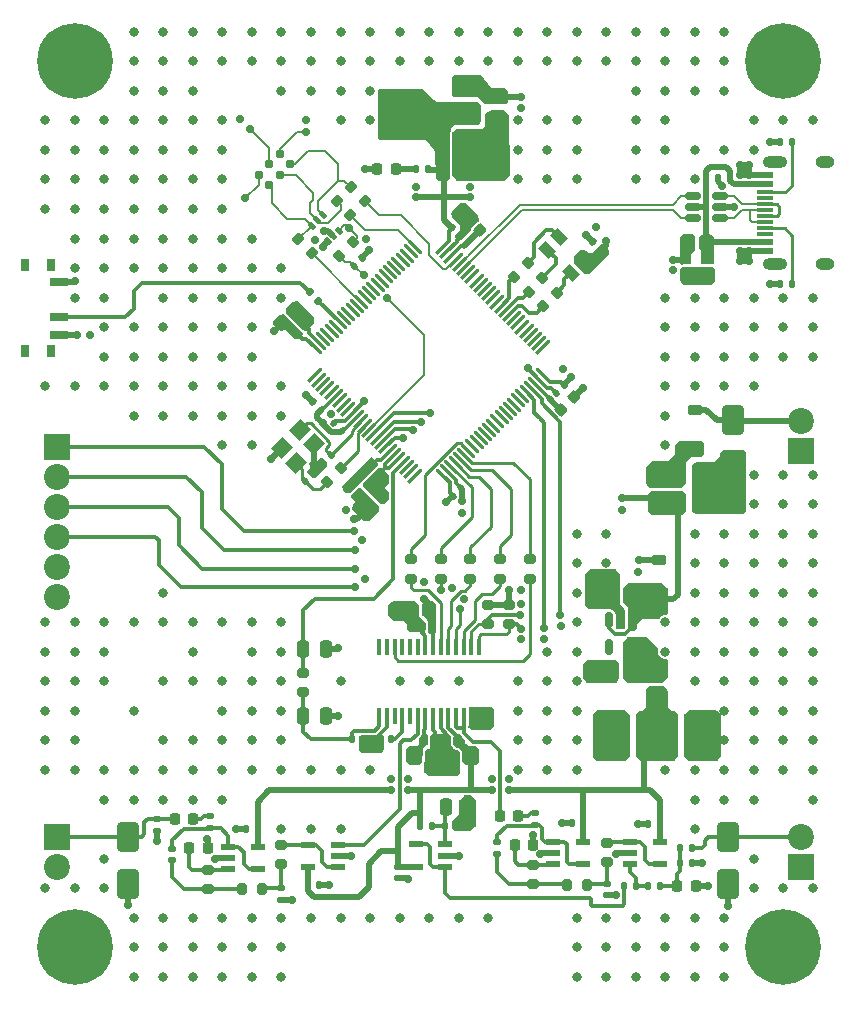
<source format=gbr>
%TF.GenerationSoftware,KiCad,Pcbnew,7.0.6-0*%
%TF.CreationDate,2024-10-14T12:06:59-04:00*%
%TF.ProjectId,GuitarFX,47756974-6172-4465-982e-6b696361645f,rev?*%
%TF.SameCoordinates,Original*%
%TF.FileFunction,Copper,L1,Top*%
%TF.FilePolarity,Positive*%
%FSLAX46Y46*%
G04 Gerber Fmt 4.6, Leading zero omitted, Abs format (unit mm)*
G04 Created by KiCad (PCBNEW 7.0.6-0) date 2024-10-14 12:06:59*
%MOMM*%
%LPD*%
G01*
G04 APERTURE LIST*
G04 Aperture macros list*
%AMRoundRect*
0 Rectangle with rounded corners*
0 $1 Rounding radius*
0 $2 $3 $4 $5 $6 $7 $8 $9 X,Y pos of 4 corners*
0 Add a 4 corners polygon primitive as box body*
4,1,4,$2,$3,$4,$5,$6,$7,$8,$9,$2,$3,0*
0 Add four circle primitives for the rounded corners*
1,1,$1+$1,$2,$3*
1,1,$1+$1,$4,$5*
1,1,$1+$1,$6,$7*
1,1,$1+$1,$8,$9*
0 Add four rect primitives between the rounded corners*
20,1,$1+$1,$2,$3,$4,$5,0*
20,1,$1+$1,$4,$5,$6,$7,0*
20,1,$1+$1,$6,$7,$8,$9,0*
20,1,$1+$1,$8,$9,$2,$3,0*%
%AMRotRect*
0 Rectangle, with rotation*
0 The origin of the aperture is its center*
0 $1 length*
0 $2 width*
0 $3 Rotation angle, in degrees counterclockwise*
0 Add horizontal line*
21,1,$1,$2,0,0,$3*%
G04 Aperture macros list end*
%TA.AperFunction,SMDPad,CuDef*%
%ADD10RoundRect,0.135000X0.135000X0.185000X-0.135000X0.185000X-0.135000X-0.185000X0.135000X-0.185000X0*%
%TD*%
%TA.AperFunction,SMDPad,CuDef*%
%ADD11RoundRect,0.200000X0.053033X-0.335876X0.335876X-0.053033X-0.053033X0.335876X-0.335876X0.053033X0*%
%TD*%
%TA.AperFunction,SMDPad,CuDef*%
%ADD12RotRect,1.400000X1.200000X225.000000*%
%TD*%
%TA.AperFunction,SMDPad,CuDef*%
%ADD13RoundRect,0.200000X-0.275000X0.200000X-0.275000X-0.200000X0.275000X-0.200000X0.275000X0.200000X0*%
%TD*%
%TA.AperFunction,ComponentPad*%
%ADD14C,0.800000*%
%TD*%
%TA.AperFunction,ComponentPad*%
%ADD15C,6.400000*%
%TD*%
%TA.AperFunction,SMDPad,CuDef*%
%ADD16RotRect,0.900000X1.200000X225.000000*%
%TD*%
%TA.AperFunction,SMDPad,CuDef*%
%ADD17RoundRect,0.135000X0.185000X-0.135000X0.185000X0.135000X-0.185000X0.135000X-0.185000X-0.135000X0*%
%TD*%
%TA.AperFunction,SMDPad,CuDef*%
%ADD18RoundRect,0.135000X-0.226274X-0.035355X-0.035355X-0.226274X0.226274X0.035355X0.035355X0.226274X0*%
%TD*%
%TA.AperFunction,SMDPad,CuDef*%
%ADD19RoundRect,0.250000X0.250000X0.475000X-0.250000X0.475000X-0.250000X-0.475000X0.250000X-0.475000X0*%
%TD*%
%TA.AperFunction,SMDPad,CuDef*%
%ADD20RoundRect,0.200000X0.335876X0.053033X0.053033X0.335876X-0.335876X-0.053033X-0.053033X-0.335876X0*%
%TD*%
%TA.AperFunction,SMDPad,CuDef*%
%ADD21RoundRect,0.225000X0.375000X-0.225000X0.375000X0.225000X-0.375000X0.225000X-0.375000X-0.225000X0*%
%TD*%
%TA.AperFunction,SMDPad,CuDef*%
%ADD22RoundRect,0.200000X0.275000X-0.200000X0.275000X0.200000X-0.275000X0.200000X-0.275000X-0.200000X0*%
%TD*%
%TA.AperFunction,SMDPad,CuDef*%
%ADD23RoundRect,0.250000X-0.250000X-0.475000X0.250000X-0.475000X0.250000X0.475000X-0.250000X0.475000X0*%
%TD*%
%TA.AperFunction,ComponentPad*%
%ADD24R,2.200000X2.200000*%
%TD*%
%TA.AperFunction,ComponentPad*%
%ADD25C,2.200000*%
%TD*%
%TA.AperFunction,SMDPad,CuDef*%
%ADD26RoundRect,0.135000X-0.135000X-0.185000X0.135000X-0.185000X0.135000X0.185000X-0.135000X0.185000X0*%
%TD*%
%TA.AperFunction,SMDPad,CuDef*%
%ADD27RoundRect,0.218750X0.218750X0.256250X-0.218750X0.256250X-0.218750X-0.256250X0.218750X-0.256250X0*%
%TD*%
%TA.AperFunction,SMDPad,CuDef*%
%ADD28RoundRect,0.140000X0.140000X0.170000X-0.140000X0.170000X-0.140000X-0.170000X0.140000X-0.170000X0*%
%TD*%
%TA.AperFunction,SMDPad,CuDef*%
%ADD29RoundRect,0.140000X-0.170000X0.140000X-0.170000X-0.140000X0.170000X-0.140000X0.170000X0.140000X0*%
%TD*%
%TA.AperFunction,SMDPad,CuDef*%
%ADD30RoundRect,0.218750X-0.256250X0.218750X-0.256250X-0.218750X0.256250X-0.218750X0.256250X0.218750X0*%
%TD*%
%TA.AperFunction,SMDPad,CuDef*%
%ADD31RoundRect,0.250000X-0.650000X1.000000X-0.650000X-1.000000X0.650000X-1.000000X0.650000X1.000000X0*%
%TD*%
%TA.AperFunction,SMDPad,CuDef*%
%ADD32RoundRect,0.200000X0.200000X0.275000X-0.200000X0.275000X-0.200000X-0.275000X0.200000X-0.275000X0*%
%TD*%
%TA.AperFunction,SMDPad,CuDef*%
%ADD33RoundRect,0.225000X-0.225000X-0.250000X0.225000X-0.250000X0.225000X0.250000X-0.225000X0.250000X0*%
%TD*%
%TA.AperFunction,SMDPad,CuDef*%
%ADD34RoundRect,0.140000X0.021213X-0.219203X0.219203X-0.021213X-0.021213X0.219203X-0.219203X0.021213X0*%
%TD*%
%TA.AperFunction,SMDPad,CuDef*%
%ADD35R,0.450000X1.475000*%
%TD*%
%TA.AperFunction,SMDPad,CuDef*%
%ADD36R,1.200000X0.600000*%
%TD*%
%TA.AperFunction,SMDPad,CuDef*%
%ADD37RoundRect,0.140000X-0.140000X-0.170000X0.140000X-0.170000X0.140000X0.170000X-0.140000X0.170000X0*%
%TD*%
%TA.AperFunction,SMDPad,CuDef*%
%ADD38R,0.800000X1.000000*%
%TD*%
%TA.AperFunction,SMDPad,CuDef*%
%ADD39R,1.500000X0.700000*%
%TD*%
%TA.AperFunction,SMDPad,CuDef*%
%ADD40RoundRect,0.140000X-0.219203X-0.021213X-0.021213X-0.219203X0.219203X0.021213X0.021213X0.219203X0*%
%TD*%
%TA.AperFunction,SMDPad,CuDef*%
%ADD41RoundRect,0.225000X0.225000X0.250000X-0.225000X0.250000X-0.225000X-0.250000X0.225000X-0.250000X0*%
%TD*%
%TA.AperFunction,SMDPad,CuDef*%
%ADD42RoundRect,0.225000X0.335876X0.017678X0.017678X0.335876X-0.335876X-0.017678X-0.017678X-0.335876X0*%
%TD*%
%TA.AperFunction,SMDPad,CuDef*%
%ADD43RoundRect,0.075000X-0.459619X-0.565685X0.565685X0.459619X0.459619X0.565685X-0.565685X-0.459619X0*%
%TD*%
%TA.AperFunction,SMDPad,CuDef*%
%ADD44RoundRect,0.075000X0.459619X-0.565685X0.565685X-0.459619X-0.459619X0.565685X-0.565685X0.459619X0*%
%TD*%
%TA.AperFunction,SMDPad,CuDef*%
%ADD45RoundRect,0.250000X-0.450000X0.262500X-0.450000X-0.262500X0.450000X-0.262500X0.450000X0.262500X0*%
%TD*%
%TA.AperFunction,SMDPad,CuDef*%
%ADD46RoundRect,0.140000X0.219203X0.021213X0.021213X0.219203X-0.219203X-0.021213X-0.021213X-0.219203X0*%
%TD*%
%TA.AperFunction,SMDPad,CuDef*%
%ADD47RoundRect,0.225000X0.017678X-0.335876X0.335876X-0.017678X-0.017678X0.335876X-0.335876X0.017678X0*%
%TD*%
%TA.AperFunction,SMDPad,CuDef*%
%ADD48RoundRect,0.140000X-0.021213X0.219203X-0.219203X0.021213X0.021213X-0.219203X0.219203X-0.021213X0*%
%TD*%
%TA.AperFunction,SMDPad,CuDef*%
%ADD49RoundRect,0.150000X0.512500X0.150000X-0.512500X0.150000X-0.512500X-0.150000X0.512500X-0.150000X0*%
%TD*%
%TA.AperFunction,SMDPad,CuDef*%
%ADD50R,2.000000X1.500000*%
%TD*%
%TA.AperFunction,SMDPad,CuDef*%
%ADD51R,2.000000X3.800000*%
%TD*%
%TA.AperFunction,ConnectorPad*%
%ADD52C,0.787400*%
%TD*%
%TA.AperFunction,SMDPad,CuDef*%
%ADD53RoundRect,0.150000X-0.150000X0.512500X-0.150000X-0.512500X0.150000X-0.512500X0.150000X0.512500X0*%
%TD*%
%TA.AperFunction,SMDPad,CuDef*%
%ADD54R,1.450000X0.600000*%
%TD*%
%TA.AperFunction,SMDPad,CuDef*%
%ADD55R,1.450000X0.300000*%
%TD*%
%TA.AperFunction,ComponentPad*%
%ADD56O,2.100000X1.000000*%
%TD*%
%TA.AperFunction,ComponentPad*%
%ADD57O,1.600000X1.000000*%
%TD*%
%TA.AperFunction,SMDPad,CuDef*%
%ADD58RoundRect,0.218750X-0.026517X0.335876X-0.335876X0.026517X0.026517X-0.335876X0.335876X-0.026517X0*%
%TD*%
%TA.AperFunction,SMDPad,CuDef*%
%ADD59RotRect,0.650000X0.400000X135.000000*%
%TD*%
%TA.AperFunction,SMDPad,CuDef*%
%ADD60RoundRect,0.250000X-0.475000X0.250000X-0.475000X-0.250000X0.475000X-0.250000X0.475000X0.250000X0*%
%TD*%
%TA.AperFunction,SMDPad,CuDef*%
%ADD61RoundRect,0.218750X-0.218750X-0.256250X0.218750X-0.256250X0.218750X0.256250X-0.218750X0.256250X0*%
%TD*%
%TA.AperFunction,ViaPad*%
%ADD62C,0.700000*%
%TD*%
%TA.AperFunction,ViaPad*%
%ADD63C,0.800000*%
%TD*%
%TA.AperFunction,Conductor*%
%ADD64C,0.200000*%
%TD*%
%TA.AperFunction,Conductor*%
%ADD65C,0.500000*%
%TD*%
%TA.AperFunction,Conductor*%
%ADD66C,0.300000*%
%TD*%
%TA.AperFunction,Conductor*%
%ADD67C,0.293370*%
%TD*%
%TA.AperFunction,Conductor*%
%ADD68C,0.261000*%
%TD*%
G04 APERTURE END LIST*
D10*
%TO.P,R202,1*%
%TO.N,+3.3V*%
X144900000Y-72650000D03*
%TO.P,R202,2*%
%TO.N,/Power/R_LED*%
X143880000Y-72650000D03*
%TD*%
D11*
%TO.P,R309,1*%
%TO.N,/MCU/TIM4_CH1*%
X154666637Y-84243363D03*
%TO.P,R309,2*%
%TO.N,/MCU/LED_B*%
X155833363Y-83076637D03*
%TD*%
D12*
%TO.P,Y301,1,1*%
%TO.N,/MCU/HSE_IN*%
X134087366Y-94710553D03*
%TO.P,Y301,2,2*%
%TO.N,GND*%
X132531731Y-96266188D03*
%TO.P,Y301,3,3*%
%TO.N,Net-(C315-Pad1)*%
X133733812Y-97468269D03*
%TO.P,Y301,4,4*%
%TO.N,GND*%
X135289447Y-95912634D03*
%TD*%
D11*
%TO.P,R302,1*%
%TO.N,Net-(C315-Pad1)*%
X136356084Y-99135997D03*
%TO.P,R302,2*%
%TO.N,/MCU/HSE_OUT*%
X137522810Y-97969271D03*
%TD*%
D13*
%TO.P,R421,1*%
%TO.N,/Codec/OUT_BUF_OUT*%
X132500000Y-129825000D03*
%TO.P,R421,2*%
%TO.N,Net-(C423-Pad1)*%
X132500000Y-131475000D03*
%TD*%
D14*
%TO.P,H102,1,1*%
%TO.N,GND*%
X172600000Y-63500000D03*
X173302944Y-61802944D03*
X173302944Y-65197056D03*
X175000000Y-61100000D03*
D15*
X175000000Y-63500000D03*
D14*
X175000000Y-65900000D03*
X176697056Y-61802944D03*
X176697056Y-65197056D03*
X177400000Y-63500000D03*
%TD*%
D10*
%TO.P,R409,1*%
%TO.N,GND*%
X167285000Y-131365000D03*
%TO.P,R409,2*%
%TO.N,/Codec/IN_RF*%
X166265000Y-131365000D03*
%TD*%
D16*
%TO.P,D303,1,RK*%
%TO.N,/MCU/LED_R*%
X156022703Y-78407398D03*
%TO.P,D303,2,GK*%
%TO.N,/MCU/LED_G*%
X154997398Y-79432703D03*
%TO.P,D303,3,BK*%
%TO.N,/MCU/LED_B*%
X156977297Y-81412602D03*
%TO.P,D303,4,A*%
%TO.N,+3.3V*%
X158002602Y-80387297D03*
%TD*%
D11*
%TO.P,R310,1*%
%TO.N,/MCU/TIM4_CH2*%
X153416637Y-82993363D03*
%TO.P,R310,2*%
%TO.N,/MCU/LED_G*%
X154583363Y-81826637D03*
%TD*%
D17*
%TO.P,R427,1*%
%TO.N,GND*%
X122000000Y-128650000D03*
%TO.P,R427,2*%
%TO.N,/Codec/AUDIO_VOUT*%
X122000000Y-127630000D03*
%TD*%
D18*
%TO.P,R301,1*%
%TO.N,Net-(SW301-B)*%
X134889376Y-83049376D03*
%TO.P,R301,2*%
%TO.N,/MCU/BOOT0*%
X135610624Y-83770624D03*
%TD*%
D19*
%TO.P,C203,1*%
%TO.N,+5VA*%
X163200000Y-121660000D03*
%TO.P,C203,2*%
%TO.N,GND*%
X161300000Y-121660000D03*
%TD*%
D20*
%TO.P,R305,1*%
%TO.N,/MCU/MCU_SWDIO*%
X139533363Y-75333363D03*
%TO.P,R305,2*%
%TO.N,/MCU/SWDIO*%
X138366637Y-74166637D03*
%TD*%
D14*
%TO.P,H103,1,1*%
%TO.N,GND*%
X172600000Y-138500000D03*
X173302944Y-136802944D03*
X173302944Y-140197056D03*
X175000000Y-136100000D03*
D15*
X175000000Y-138500000D03*
D14*
X175000000Y-140900000D03*
X176697056Y-136802944D03*
X176697056Y-140197056D03*
X177400000Y-138500000D03*
%TD*%
D21*
%TO.P,D201,1,K*%
%TO.N,/Power/VCC_FILT*%
X164450000Y-109060000D03*
%TO.P,D201,2,A*%
%TO.N,VUSB_FILT*%
X164450000Y-105760000D03*
%TD*%
D22*
%TO.P,R407,1*%
%TO.N,Net-(C401-Pad2)*%
X153775000Y-133165000D03*
%TO.P,R407,2*%
%TO.N,/Codec/IN_AA_BUFF_IN*%
X153775000Y-131515000D03*
%TD*%
D23*
%TO.P,C206,1*%
%TO.N,/Power/VCC_FILT*%
X166050000Y-100900000D03*
%TO.P,C206,2*%
%TO.N,GND*%
X167950000Y-100900000D03*
%TD*%
D24*
%TO.P,J402,1,Pin_1*%
%TO.N,/Codec/AUDIO_VOUT*%
X113500000Y-129160000D03*
D25*
%TO.P,J402,2,Pin_2*%
%TO.N,GND*%
X113500000Y-131700000D03*
%TD*%
D17*
%TO.P,R425,1*%
%TO.N,/Codec/OUT_AA_BUFF_OUT*%
X126450000Y-128410000D03*
%TO.P,R425,2*%
%TO.N,Net-(C422-Pad2)*%
X126450000Y-127390000D03*
%TD*%
D13*
%TO.P,R411,1*%
%TO.N,CODEC_NRST*%
X134350000Y-115275000D03*
%TO.P,R411,2*%
%TO.N,/Codec/NRST_FILT*%
X134350000Y-116925000D03*
%TD*%
D10*
%TO.P,R303,1*%
%TO.N,/MCU/USB_CON_CC1*%
X175760000Y-82350000D03*
%TO.P,R303,2*%
%TO.N,GND*%
X174740000Y-82350000D03*
%TD*%
D26*
%TO.P,R401,1*%
%TO.N,+5VA*%
X144190000Y-128260000D03*
%TO.P,R401,2*%
%TO.N,/Codec/VREF*%
X145210000Y-128260000D03*
%TD*%
D27*
%TO.P,FB302,1*%
%TO.N,VBUS*%
X168475000Y-78800000D03*
%TO.P,FB302,2*%
%TO.N,VUSB_FILT*%
X166900000Y-78800000D03*
%TD*%
D23*
%TO.P,C405,1*%
%TO.N,/Codec/VREF*%
X146390000Y-126600000D03*
%TO.P,C405,2*%
%TO.N,GND*%
X148290000Y-126600000D03*
%TD*%
D28*
%TO.P,C429,1*%
%TO.N,+3.3V*%
X145230000Y-111410000D03*
%TO.P,C429,2*%
%TO.N,GND*%
X144270000Y-111410000D03*
%TD*%
D23*
%TO.P,C201,1*%
%TO.N,+5VA*%
X165350000Y-119410000D03*
%TO.P,C201,2*%
%TO.N,GND*%
X167250000Y-119410000D03*
%TD*%
D19*
%TO.P,C204,1*%
%TO.N,+5VA*%
X163200000Y-119410000D03*
%TO.P,C204,2*%
%TO.N,GND*%
X161300000Y-119410000D03*
%TD*%
D29*
%TO.P,C423,1*%
%TO.N,Net-(C423-Pad1)*%
X132500000Y-133520000D03*
%TO.P,C423,2*%
%TO.N,GND*%
X132500000Y-134480000D03*
%TD*%
D30*
%TO.P,FB201,1*%
%TO.N,/Power/VCC_RP*%
X164250000Y-98900000D03*
%TO.P,FB201,2*%
%TO.N,/Power/VCC_FILT*%
X164250000Y-100475000D03*
%TD*%
D26*
%TO.P,R429,1*%
%TO.N,/Codec/NRST_FILT*%
X138490000Y-120910000D03*
%TO.P,R429,2*%
%TO.N,GND*%
X139510000Y-120910000D03*
%TD*%
D24*
%TO.P,J303,1,Pin_1*%
%TO.N,/MCU/ADC3_INP1*%
X113500000Y-96120000D03*
D25*
%TO.P,J303,2,Pin_2*%
%TO.N,/MCU/ADC3_INP0*%
X113500000Y-98660000D03*
%TO.P,J303,3,Pin_3*%
%TO.N,/MCU/ADC3_INP11*%
X113500000Y-101200000D03*
%TO.P,J303,4,Pin_4*%
%TO.N,/MCU/ADC3_INP10*%
X113500000Y-103740000D03*
%TO.P,J303,5,Pin_5*%
%TO.N,+3.3V*%
X113500000Y-106280000D03*
%TO.P,J303,6,Pin_6*%
%TO.N,GND*%
X113500000Y-108820000D03*
%TD*%
D31*
%TO.P,D401,1,A1*%
%TO.N,/Codec/AUDIO_VIN*%
X170300000Y-129182500D03*
%TO.P,D401,2,A2*%
%TO.N,GND*%
X170300000Y-133182500D03*
%TD*%
D32*
%TO.P,R406,1*%
%TO.N,Net-(C409-Pad1)*%
X158350000Y-133200000D03*
%TO.P,R406,2*%
%TO.N,Net-(C401-Pad2)*%
X156700000Y-133200000D03*
%TD*%
D13*
%TO.P,R420,1*%
%TO.N,I2S1_WS*%
X146000000Y-105675000D03*
%TO.P,R420,2*%
%TO.N,/Codec/CODEC_LRCK1*%
X146000000Y-107325000D03*
%TD*%
D28*
%TO.P,C421,1*%
%TO.N,+5VA*%
X130480000Y-128500000D03*
%TO.P,C421,2*%
%TO.N,GND*%
X129520000Y-128500000D03*
%TD*%
D14*
%TO.P,H104,1,1*%
%TO.N,GND*%
X112600000Y-138500000D03*
X113302944Y-136802944D03*
X113302944Y-140197056D03*
X115000000Y-136100000D03*
D15*
X115000000Y-138500000D03*
D14*
X115000000Y-140900000D03*
X116697056Y-136802944D03*
X116697056Y-140197056D03*
X117400000Y-138500000D03*
%TD*%
D33*
%TO.P,C410,1*%
%TO.N,/Codec/IN_AA_BUFF_IN*%
X152250000Y-129840000D03*
%TO.P,C410,2*%
%TO.N,GND*%
X153800000Y-129840000D03*
%TD*%
D34*
%TO.P,C316,1*%
%TO.N,/MCU/MCU_NRST*%
X138660589Y-80805334D03*
%TO.P,C316,2*%
%TO.N,GND*%
X139339411Y-80126512D03*
%TD*%
D10*
%TO.P,R404,1*%
%TO.N,/Codec/AUDIO_VIN*%
X167285000Y-130115000D03*
%TO.P,R404,2*%
%TO.N,/Codec/IN_RF*%
X166265000Y-130115000D03*
%TD*%
D35*
%TO.P,IC401,1,MC/SCL/FMT*%
%TO.N,I2C1_SCL*%
X149225000Y-113062000D03*
%TO.P,IC401,2,MD/SDA/DEMP*%
%TO.N,I2C1_SDA*%
X148575000Y-113062000D03*
%TO.P,IC401,3,DOUT*%
%TO.N,/Codec/CODEC_DOUT*%
X147925000Y-113062000D03*
%TO.P,IC401,4,LRCK1*%
%TO.N,/Codec/CODEC_LRCK1*%
X147275000Y-113062000D03*
%TO.P,IC401,5,BCK1*%
%TO.N,/Codec/CODEC_BCK1*%
X146625000Y-113062000D03*
%TO.P,IC401,6,SCKI1*%
%TO.N,/Codec/CODEC_SCK1*%
X145975000Y-113062000D03*
%TO.P,IC401,7,VDD*%
%TO.N,+3.3V*%
X145325000Y-113062000D03*
%TO.P,IC401,8,DGND*%
%TO.N,GND*%
X144675000Y-113062000D03*
%TO.P,IC401,9,SCKI2*%
%TO.N,unconnected-(IC401-SCKI2-Pad9)*%
X144025000Y-113062000D03*
%TO.P,IC401,10,BCK2*%
%TO.N,unconnected-(IC401-BCK2-Pad10)*%
X143375000Y-113062000D03*
%TO.P,IC401,11,LRCK2*%
%TO.N,unconnected-(IC401-LRCK2-Pad11)*%
X142725000Y-113062000D03*
%TO.P,IC401,12,DIN*%
%TO.N,/Codec/CODEC_DIN*%
X142075000Y-113062000D03*
%TO.P,IC401,13,ZEROR*%
%TO.N,unconnected-(IC401-ZEROR-Pad13)*%
X141425000Y-113062000D03*
%TO.P,IC401,14,ZEROL*%
%TO.N,unconnected-(IC401-ZEROL-Pad14)*%
X140775000Y-113062000D03*
%TO.P,IC401,15,~{RST}*%
%TO.N,/Codec/NRST_FILT*%
X140775000Y-118938000D03*
%TO.P,IC401,16,SGND*%
%TO.N,GND*%
X141425000Y-118938000D03*
%TO.P,IC401,17,VOUTR-*%
%TO.N,unconnected-(IC401-VOUTR--Pad17)*%
X142075000Y-118938000D03*
%TO.P,IC401,18,VOUTR+*%
%TO.N,Net-(IC401-VOUTR+)*%
X142725000Y-118938000D03*
%TO.P,IC401,19,VOUTL-*%
%TO.N,unconnected-(IC401-VOUTL--Pad19)*%
X143375000Y-118938000D03*
%TO.P,IC401,20,VOUTL+*%
%TO.N,/Codec/CODEC_VOUT*%
X144025000Y-118938000D03*
%TO.P,IC401,21,VCOM*%
%TO.N,/Codec/CODEC_VCOM*%
X144675000Y-118938000D03*
%TO.P,IC401,22,AGND2*%
%TO.N,GND*%
X145325000Y-118938000D03*
%TO.P,IC401,23,AGND1*%
X145975000Y-118938000D03*
%TO.P,IC401,24,VCC*%
%TO.N,+5VA*%
X146625000Y-118938000D03*
%TO.P,IC401,25,VINL*%
%TO.N,/Codec/CODEC_VIN*%
X147275000Y-118938000D03*
%TO.P,IC401,26,VINR*%
X147925000Y-118938000D03*
%TO.P,IC401,27,~{MS}/ADR/IFMD*%
%TO.N,GND*%
X148575000Y-118938000D03*
%TO.P,IC401,28,MODE*%
X149225000Y-118938000D03*
%TD*%
D29*
%TO.P,C419,1*%
%TO.N,/Codec/OUT_AA_BUFF_OUT*%
X123250000Y-130200000D03*
%TO.P,C419,2*%
%TO.N,Net-(C419-Pad2)*%
X123250000Y-131160000D03*
%TD*%
%TO.P,C312,1*%
%TO.N,VUSB_FILT*%
X166687500Y-80320000D03*
%TO.P,C312,2*%
%TO.N,GND*%
X166687500Y-81280000D03*
%TD*%
D33*
%TO.P,C407,1*%
%TO.N,/Codec/CODEC_VIN*%
X151000000Y-127400000D03*
%TO.P,C407,2*%
%TO.N,Net-(C407-Pad2)*%
X152550000Y-127400000D03*
%TD*%
D36*
%TO.P,U407,1*%
%TO.N,/Codec/OUT_AA_BUFF_OUT*%
X128000000Y-130000000D03*
%TO.P,U407,2,V-*%
%TO.N,GND*%
X128000000Y-130950000D03*
%TO.P,U407,3,+*%
%TO.N,/Codec/OUT_AA_BUFF_IN*%
X128000000Y-131900000D03*
%TO.P,U407,4,-*%
%TO.N,/Codec/OUT_AA_BUFF_OUT*%
X130500000Y-131900000D03*
%TO.P,U407,5,V+*%
%TO.N,+5VA*%
X130500000Y-130000000D03*
%TD*%
D34*
%TO.P,C315,1*%
%TO.N,Net-(C315-Pad1)*%
X134471178Y-99028822D03*
%TO.P,C315,2*%
%TO.N,GND*%
X135150000Y-98350000D03*
%TD*%
D13*
%TO.P,R424,1*%
%TO.N,I2S1_CK*%
X148500000Y-105660000D03*
%TO.P,R424,2*%
%TO.N,/Codec/CODEC_BCK1*%
X148500000Y-107310000D03*
%TD*%
D33*
%TO.P,C408,1*%
%TO.N,/Codec/IN_RF*%
X166025000Y-133300000D03*
%TO.P,C408,2*%
%TO.N,GND*%
X167575000Y-133300000D03*
%TD*%
D37*
%TO.P,C313,1*%
%TO.N,VBUS*%
X168470000Y-73350000D03*
%TO.P,C313,2*%
%TO.N,GND*%
X169430000Y-73350000D03*
%TD*%
D13*
%TO.P,R405,1*%
%TO.N,/Codec/IN_BUF_OUT*%
X160025000Y-129660000D03*
%TO.P,R405,2*%
%TO.N,Net-(C409-Pad1)*%
X160025000Y-131310000D03*
%TD*%
D37*
%TO.P,C433,1*%
%TO.N,/Codec/CODEC_VCOM*%
X144545000Y-120910000D03*
%TO.P,C433,2*%
%TO.N,GND*%
X145505000Y-120910000D03*
%TD*%
D29*
%TO.P,C311,1*%
%TO.N,VBUS*%
X168687500Y-80320000D03*
%TO.P,C311,2*%
%TO.N,GND*%
X168687500Y-81280000D03*
%TD*%
D38*
%TO.P,SW301,*%
%TO.N,*%
X113000000Y-80760000D03*
X110790000Y-80760000D03*
X113000000Y-88060000D03*
X110790000Y-88060000D03*
D39*
%TO.P,SW301,1,A*%
%TO.N,GND*%
X113650000Y-82160000D03*
%TO.P,SW301,2,B*%
%TO.N,Net-(SW301-B)*%
X113650000Y-85160000D03*
%TO.P,SW301,3,C*%
%TO.N,+3.3V*%
X113650000Y-86660000D03*
%TD*%
D28*
%TO.P,C404,1*%
%TO.N,+5VA*%
X158035000Y-128000000D03*
%TO.P,C404,2*%
%TO.N,GND*%
X157075000Y-128000000D03*
%TD*%
D29*
%TO.P,C401,1*%
%TO.N,/Codec/IN_AA_BUFF_OUT*%
X150775000Y-129610000D03*
%TO.P,C401,2*%
%TO.N,Net-(C401-Pad2)*%
X150775000Y-130570000D03*
%TD*%
D28*
%TO.P,C431,1*%
%TO.N,+5VA*%
X147505000Y-120910000D03*
%TO.P,C431,2*%
%TO.N,GND*%
X146545000Y-120910000D03*
%TD*%
D32*
%TO.P,R422,1*%
%TO.N,Net-(C423-Pad1)*%
X130825000Y-133550000D03*
%TO.P,R422,2*%
%TO.N,Net-(C419-Pad2)*%
X129175000Y-133550000D03*
%TD*%
D40*
%TO.P,C304,1*%
%TO.N,+3.3V*%
X146960589Y-77635589D03*
%TO.P,C304,2*%
%TO.N,GND*%
X147639411Y-78314411D03*
%TD*%
D41*
%TO.P,C430,1*%
%TO.N,+5VA*%
X148525000Y-122410000D03*
%TO.P,C430,2*%
%TO.N,GND*%
X146975000Y-122410000D03*
%TD*%
D24*
%TO.P,J202,1,Pin_1*%
%TO.N,GND*%
X176500000Y-96450000D03*
D25*
%TO.P,J202,2,Pin_2*%
%TO.N,VCC*%
X176500000Y-93910000D03*
%TD*%
D14*
%TO.P,H101,1,1*%
%TO.N,GND*%
X112600000Y-63500000D03*
X113302944Y-61802944D03*
X113302944Y-65197056D03*
X115000000Y-61100000D03*
D15*
X115000000Y-63500000D03*
D14*
X115000000Y-65900000D03*
X116697056Y-61802944D03*
X116697056Y-65197056D03*
X117400000Y-63500000D03*
%TD*%
D42*
%TO.P,C319,1*%
%TO.N,/MCU/MCU_VCAP2*%
X149298008Y-77798008D03*
%TO.P,C319,2*%
%TO.N,GND*%
X148201992Y-76701992D03*
%TD*%
D13*
%TO.P,R428,1*%
%TO.N,I2S1_SDO*%
X153500000Y-105675000D03*
%TO.P,R428,2*%
%TO.N,/Codec/CODEC_DIN*%
X153500000Y-107325000D03*
%TD*%
D33*
%TO.P,C422,1*%
%TO.N,/Codec/AUDIO_VOUT*%
X123450000Y-127640000D03*
%TO.P,C422,2*%
%TO.N,Net-(C422-Pad2)*%
X125000000Y-127640000D03*
%TD*%
D10*
%TO.P,R304,1*%
%TO.N,/MCU/USB_CON_CC2*%
X175710000Y-70350000D03*
%TO.P,R304,2*%
%TO.N,GND*%
X174690000Y-70350000D03*
%TD*%
D36*
%TO.P,U401,1*%
%TO.N,VCOM*%
X146350000Y-131700000D03*
%TO.P,U401,2,V-*%
%TO.N,GND*%
X146350000Y-130750000D03*
%TO.P,U401,3,+*%
%TO.N,/Codec/VREF*%
X146350000Y-129800000D03*
%TO.P,U401,4,-*%
%TO.N,VCOM*%
X143850000Y-129800000D03*
%TO.P,U401,5,V+*%
%TO.N,+5VA*%
X143850000Y-131700000D03*
%TD*%
D24*
%TO.P,J401,1,Pin_1*%
%TO.N,GND*%
X176500000Y-131680000D03*
D25*
%TO.P,J401,2,Pin_2*%
%TO.N,/Codec/AUDIO_VIN*%
X176500000Y-129140000D03*
%TD*%
D26*
%TO.P,R403,1*%
%TO.N,/Codec/VREF*%
X146380000Y-128260000D03*
%TO.P,R403,2*%
%TO.N,GND*%
X147400000Y-128260000D03*
%TD*%
D37*
%TO.P,C420,1*%
%TO.N,+5VA*%
X134750000Y-133200000D03*
%TO.P,C420,2*%
%TO.N,GND*%
X135710000Y-133200000D03*
%TD*%
D43*
%TO.P,U303,1,PE2*%
%TO.N,unconnected-(U303-PE2-Pad1)*%
X135330315Y-90094404D03*
%TO.P,U303,2,PE3*%
%TO.N,unconnected-(U303-PE3-Pad2)*%
X135683868Y-90447957D03*
%TO.P,U303,3,PE4*%
%TO.N,unconnected-(U303-PE4-Pad3)*%
X136037422Y-90801511D03*
%TO.P,U303,4,PE5*%
%TO.N,unconnected-(U303-PE5-Pad4)*%
X136390975Y-91155064D03*
%TO.P,U303,5,PE6*%
%TO.N,unconnected-(U303-PE6-Pad5)*%
X136744528Y-91508617D03*
%TO.P,U303,6,VBAT*%
%TO.N,+3.3V*%
X137098082Y-91862171D03*
%TO.P,U303,7,PC13*%
%TO.N,unconnected-(U303-PC13-Pad7)*%
X137451635Y-92215724D03*
%TO.P,U303,8,PC14*%
%TO.N,unconnected-(U303-PC14-Pad8)*%
X137805189Y-92569278D03*
%TO.P,U303,9,PC15*%
%TO.N,unconnected-(U303-PC15-Pad9)*%
X138158742Y-92922831D03*
%TO.P,U303,10,VSS*%
%TO.N,GND*%
X138512295Y-93276384D03*
%TO.P,U303,11,VDD*%
%TO.N,+3.3V*%
X138865849Y-93629938D03*
%TO.P,U303,12,PH0*%
%TO.N,/MCU/HSE_IN*%
X139219402Y-93983491D03*
%TO.P,U303,13,PH1*%
%TO.N,/MCU/HSE_OUT*%
X139572955Y-94337045D03*
%TO.P,U303,14,NRST*%
%TO.N,/MCU/MCU_NRST*%
X139926509Y-94690598D03*
%TO.P,U303,15,PC0*%
%TO.N,/MCU/ADC3_INP10*%
X140280062Y-95044151D03*
%TO.P,U303,16,PC1*%
%TO.N,/MCU/ADC3_INP11*%
X140633616Y-95397705D03*
%TO.P,U303,17,PC2_C*%
%TO.N,/MCU/ADC3_INP0*%
X140987169Y-95751258D03*
%TO.P,U303,18,PC3_C*%
%TO.N,/MCU/ADC3_INP1*%
X141340722Y-96104811D03*
%TO.P,U303,19,VSSA*%
%TO.N,GND*%
X141694276Y-96458365D03*
%TO.P,U303,20,VREF+*%
%TO.N,VDDA*%
X142047829Y-96811918D03*
%TO.P,U303,21,VDDA*%
X142401383Y-97165472D03*
%TO.P,U303,22,PA0*%
%TO.N,CODEC_NRST*%
X142754936Y-97519025D03*
%TO.P,U303,23,PA1*%
%TO.N,unconnected-(U303-PA1-Pad23)*%
X143108489Y-97872578D03*
%TO.P,U303,24,PA2*%
%TO.N,unconnected-(U303-PA2-Pad24)*%
X143462043Y-98226132D03*
%TO.P,U303,25,PA3*%
%TO.N,unconnected-(U303-PA3-Pad25)*%
X143815596Y-98579685D03*
D44*
%TO.P,U303,26,VSS*%
%TO.N,GND*%
X146184404Y-98579685D03*
%TO.P,U303,27,VDD*%
%TO.N,+3.3V*%
X146537957Y-98226132D03*
%TO.P,U303,28,PA4*%
%TO.N,I2S1_WS*%
X146891511Y-97872578D03*
%TO.P,U303,29,PA5*%
%TO.N,I2S1_CK*%
X147245064Y-97519025D03*
%TO.P,U303,30,PA6*%
%TO.N,I2S1_SDI*%
X147598617Y-97165472D03*
%TO.P,U303,31,PA7*%
%TO.N,I2S1_SDO*%
X147952171Y-96811918D03*
%TO.P,U303,32,PC4*%
%TO.N,I2S1_MCK*%
X148305724Y-96458365D03*
%TO.P,U303,33,PC5*%
%TO.N,unconnected-(U303-PC5-Pad33)*%
X148659278Y-96104811D03*
%TO.P,U303,34,PB0*%
%TO.N,unconnected-(U303-PB0-Pad34)*%
X149012831Y-95751258D03*
%TO.P,U303,35,PB1*%
%TO.N,unconnected-(U303-PB1-Pad35)*%
X149366384Y-95397705D03*
%TO.P,U303,36,PB2*%
%TO.N,unconnected-(U303-PB2-Pad36)*%
X149719938Y-95044151D03*
%TO.P,U303,37,PE7*%
%TO.N,unconnected-(U303-PE7-Pad37)*%
X150073491Y-94690598D03*
%TO.P,U303,38,PE8*%
%TO.N,unconnected-(U303-PE8-Pad38)*%
X150427045Y-94337045D03*
%TO.P,U303,39,PE9*%
%TO.N,unconnected-(U303-PE9-Pad39)*%
X150780598Y-93983491D03*
%TO.P,U303,40,PE10*%
%TO.N,unconnected-(U303-PE10-Pad40)*%
X151134151Y-93629938D03*
%TO.P,U303,41,PE11*%
%TO.N,unconnected-(U303-PE11-Pad41)*%
X151487705Y-93276384D03*
%TO.P,U303,42,PE12*%
%TO.N,unconnected-(U303-PE12-Pad42)*%
X151841258Y-92922831D03*
%TO.P,U303,43,PE13*%
%TO.N,unconnected-(U303-PE13-Pad43)*%
X152194811Y-92569278D03*
%TO.P,U303,44,PE14*%
%TO.N,unconnected-(U303-PE14-Pad44)*%
X152548365Y-92215724D03*
%TO.P,U303,45,PE15*%
%TO.N,unconnected-(U303-PE15-Pad45)*%
X152901918Y-91862171D03*
%TO.P,U303,46,PB10*%
%TO.N,I2C1_SCL*%
X153255472Y-91508617D03*
%TO.P,U303,47,PB11*%
%TO.N,I2C1_SDA*%
X153609025Y-91155064D03*
%TO.P,U303,48,VCAP*%
%TO.N,/MCU/MCU_VCAP1*%
X153962578Y-90801511D03*
%TO.P,U303,49,VSS*%
%TO.N,GND*%
X154316132Y-90447957D03*
%TO.P,U303,50,VDD*%
%TO.N,+3.3V*%
X154669685Y-90094404D03*
D43*
%TO.P,U303,51,PB12*%
%TO.N,unconnected-(U303-PB12-Pad51)*%
X154669685Y-87725596D03*
%TO.P,U303,52,PB13*%
%TO.N,unconnected-(U303-PB13-Pad52)*%
X154316132Y-87372043D03*
%TO.P,U303,53,PB14*%
%TO.N,unconnected-(U303-PB14-Pad53)*%
X153962578Y-87018489D03*
%TO.P,U303,54,PB15*%
%TO.N,unconnected-(U303-PB15-Pad54)*%
X153609025Y-86664936D03*
%TO.P,U303,55,PD8*%
%TO.N,unconnected-(U303-PD8-Pad55)*%
X153255472Y-86311383D03*
%TO.P,U303,56,PD9*%
%TO.N,unconnected-(U303-PD9-Pad56)*%
X152901918Y-85957829D03*
%TO.P,U303,57,PD10*%
%TO.N,unconnected-(U303-PD10-Pad57)*%
X152548365Y-85604276D03*
%TO.P,U303,58,PD11*%
%TO.N,unconnected-(U303-PD11-Pad58)*%
X152194811Y-85250722D03*
%TO.P,U303,59,PD12*%
%TO.N,/MCU/TIM4_CH1*%
X151841258Y-84897169D03*
%TO.P,U303,60,PD13*%
%TO.N,/MCU/TIM4_CH2*%
X151487705Y-84543616D03*
%TO.P,U303,61,PD14*%
%TO.N,/MCU/TIM4_CH3*%
X151134151Y-84190062D03*
%TO.P,U303,62,PD15*%
%TO.N,unconnected-(U303-PD15-Pad62)*%
X150780598Y-83836509D03*
%TO.P,U303,63,PC6*%
%TO.N,unconnected-(U303-PC6-Pad63)*%
X150427045Y-83482955D03*
%TO.P,U303,64,PC7*%
%TO.N,unconnected-(U303-PC7-Pad64)*%
X150073491Y-83129402D03*
%TO.P,U303,65,PC8*%
%TO.N,unconnected-(U303-PC8-Pad65)*%
X149719938Y-82775849D03*
%TO.P,U303,66,PC9*%
%TO.N,unconnected-(U303-PC9-Pad66)*%
X149366384Y-82422295D03*
%TO.P,U303,67,PA8*%
%TO.N,unconnected-(U303-PA8-Pad67)*%
X149012831Y-82068742D03*
%TO.P,U303,68,PA9*%
%TO.N,unconnected-(U303-PA9-Pad68)*%
X148659278Y-81715189D03*
%TO.P,U303,69,PA10*%
%TO.N,unconnected-(U303-PA10-Pad69)*%
X148305724Y-81361635D03*
%TO.P,U303,70,PA11*%
%TO.N,/MCU/USB_FS_D-*%
X147952171Y-81008082D03*
%TO.P,U303,71,PA12*%
%TO.N,/MCU/USB_FS_D+*%
X147598617Y-80654528D03*
%TO.P,U303,72,PA13(JTMS*%
%TO.N,/MCU/MCU_SWDIO*%
X147245064Y-80300975D03*
%TO.P,U303,73,VCAP*%
%TO.N,/MCU/MCU_VCAP2*%
X146891511Y-79947422D03*
%TO.P,U303,74,VSS*%
%TO.N,GND*%
X146537957Y-79593868D03*
%TO.P,U303,75,VDD*%
%TO.N,+3.3V*%
X146184404Y-79240315D03*
D44*
%TO.P,U303,76,PA14(JTCK*%
%TO.N,/MCU/MCU_SWCLK*%
X143815596Y-79240315D03*
%TO.P,U303,77,PA15(JTDI)*%
%TO.N,unconnected-(U303-PA15(JTDI)-Pad77)*%
X143462043Y-79593868D03*
%TO.P,U303,78,PC10*%
%TO.N,unconnected-(U303-PC10-Pad78)*%
X143108489Y-79947422D03*
%TO.P,U303,79,PC11*%
%TO.N,unconnected-(U303-PC11-Pad79)*%
X142754936Y-80300975D03*
%TO.P,U303,80,PC12*%
%TO.N,unconnected-(U303-PC12-Pad80)*%
X142401383Y-80654528D03*
%TO.P,U303,81,PD0*%
%TO.N,unconnected-(U303-PD0-Pad81)*%
X142047829Y-81008082D03*
%TO.P,U303,82,PD1*%
%TO.N,unconnected-(U303-PD1-Pad82)*%
X141694276Y-81361635D03*
%TO.P,U303,83,PD2*%
%TO.N,unconnected-(U303-PD2-Pad83)*%
X141340722Y-81715189D03*
%TO.P,U303,84,PD3*%
%TO.N,unconnected-(U303-PD3-Pad84)*%
X140987169Y-82068742D03*
%TO.P,U303,85,PD4*%
%TO.N,unconnected-(U303-PD4-Pad85)*%
X140633616Y-82422295D03*
%TO.P,U303,86,PD5*%
%TO.N,unconnected-(U303-PD5-Pad86)*%
X140280062Y-82775849D03*
%TO.P,U303,87,PD6*%
%TO.N,unconnected-(U303-PD6-Pad87)*%
X139926509Y-83129402D03*
%TO.P,U303,88,PD7*%
%TO.N,unconnected-(U303-PD7-Pad88)*%
X139572955Y-83482955D03*
%TO.P,U303,89,PB3(JTDO*%
%TO.N,/MCU/MCU_SWO*%
X139219402Y-83836509D03*
%TO.P,U303,90,PB4(NJTRST)*%
%TO.N,unconnected-(U303-PB4(NJTRST)-Pad90)*%
X138865849Y-84190062D03*
%TO.P,U303,91,PB5*%
%TO.N,unconnected-(U303-PB5-Pad91)*%
X138512295Y-84543616D03*
%TO.P,U303,92,PB6*%
%TO.N,unconnected-(U303-PB6-Pad92)*%
X138158742Y-84897169D03*
%TO.P,U303,93,PB7*%
%TO.N,unconnected-(U303-PB7-Pad93)*%
X137805189Y-85250722D03*
%TO.P,U303,94,BOOT0*%
%TO.N,/MCU/BOOT0*%
X137451635Y-85604276D03*
%TO.P,U303,95,PB8*%
%TO.N,unconnected-(U303-PB8-Pad95)*%
X137098082Y-85957829D03*
%TO.P,U303,96,PB9*%
%TO.N,unconnected-(U303-PB9-Pad96)*%
X136744528Y-86311383D03*
%TO.P,U303,97,PE0*%
%TO.N,unconnected-(U303-PE0-Pad97)*%
X136390975Y-86664936D03*
%TO.P,U303,98,PE1*%
%TO.N,unconnected-(U303-PE1-Pad98)*%
X136037422Y-87018489D03*
%TO.P,U303,99,VSS*%
%TO.N,GND*%
X135683868Y-87372043D03*
%TO.P,U303,100,VDD*%
%TO.N,+3.3V*%
X135330315Y-87725596D03*
%TD*%
D13*
%TO.P,R426,1*%
%TO.N,I2S1_MCK*%
X143500000Y-105675000D03*
%TO.P,R426,2*%
%TO.N,/Codec/CODEC_SCK1*%
X143500000Y-107325000D03*
%TD*%
D45*
%TO.P,R201,1*%
%TO.N,+5V*%
X164200000Y-115087500D03*
%TO.P,R201,2*%
%TO.N,+5VA*%
X164200000Y-116912500D03*
%TD*%
D36*
%TO.P,U402,1*%
%TO.N,/Codec/IN_BUF_OUT*%
X162025000Y-129600000D03*
%TO.P,U402,2,V-*%
%TO.N,GND*%
X162025000Y-130550000D03*
%TO.P,U402,3,+*%
%TO.N,/Codec/IN_BUF_IN*%
X162025000Y-131500000D03*
%TO.P,U402,4,-*%
%TO.N,/Codec/IN_BUF_OUT*%
X164525000Y-131500000D03*
%TO.P,U402,5,V+*%
%TO.N,+5VA*%
X164525000Y-129600000D03*
%TD*%
D46*
%TO.P,C309,1*%
%TO.N,VDDA*%
X139900000Y-99250000D03*
%TO.P,C309,2*%
%TO.N,GND*%
X139221178Y-98571178D03*
%TD*%
D33*
%TO.P,C432,1*%
%TO.N,/Codec/CODEC_VCOM*%
X143750000Y-122410000D03*
%TO.P,C432,2*%
%TO.N,GND*%
X145300000Y-122410000D03*
%TD*%
D13*
%TO.P,R417,1*%
%TO.N,+3.3V*%
X151750000Y-109500000D03*
%TO.P,R417,2*%
%TO.N,I2C1_SCL*%
X151750000Y-111150000D03*
%TD*%
D10*
%TO.P,R402,1*%
%TO.N,/Codec/IN_BUF_IN*%
X162535000Y-133300000D03*
%TO.P,R402,2*%
%TO.N,VCOM*%
X161515000Y-133300000D03*
%TD*%
D36*
%TO.P,U406,1*%
%TO.N,/Codec/OUT_BUF_OUT*%
X137250000Y-131730000D03*
%TO.P,U406,2,V-*%
%TO.N,GND*%
X137250000Y-130780000D03*
%TO.P,U406,3,+*%
%TO.N,/Codec/CODEC_VOUT*%
X137250000Y-129830000D03*
%TO.P,U406,4,-*%
%TO.N,/Codec/OUT_BUF_OUT*%
X134750000Y-129830000D03*
%TO.P,U406,5,V+*%
%TO.N,+5VA*%
X134750000Y-131730000D03*
%TD*%
D20*
%TO.P,R306,1*%
%TO.N,/MCU/MCU_SWCLK*%
X138334350Y-76514478D03*
%TO.P,R306,2*%
%TO.N,/MCU/SWCLK*%
X137167624Y-75347752D03*
%TD*%
D47*
%TO.P,C318,1*%
%TO.N,/MCU/MCU_VCAP1*%
X156201992Y-92998008D03*
%TO.P,C318,2*%
%TO.N,GND*%
X157298008Y-91901992D03*
%TD*%
D36*
%TO.P,U403,1*%
%TO.N,/Codec/IN_AA_BUFF_OUT*%
X155525000Y-129600000D03*
%TO.P,U403,2,V-*%
%TO.N,GND*%
X155525000Y-130550000D03*
%TO.P,U403,3,+*%
%TO.N,/Codec/IN_AA_BUFF_IN*%
X155525000Y-131500000D03*
%TO.P,U403,4,-*%
%TO.N,/Codec/IN_AA_BUFF_OUT*%
X158025000Y-131500000D03*
%TO.P,U403,5,V+*%
%TO.N,+5VA*%
X158025000Y-129600000D03*
%TD*%
D48*
%TO.P,C314,1*%
%TO.N,/MCU/HSE_IN*%
X136650000Y-96850000D03*
%TO.P,C314,2*%
%TO.N,GND*%
X135971178Y-97528822D03*
%TD*%
D23*
%TO.P,C411,1*%
%TO.N,CODEC_NRST*%
X134350000Y-113250000D03*
%TO.P,C411,2*%
%TO.N,GND*%
X136250000Y-113250000D03*
%TD*%
D49*
%TO.P,U301,1,I/O1*%
%TO.N,/MCU/USB_CON_D-*%
X169625000Y-76800000D03*
%TO.P,U301,2,GND*%
%TO.N,GND*%
X169625000Y-75850000D03*
%TO.P,U301,3,I/O2*%
%TO.N,/MCU/USB_CON_D+*%
X169625000Y-74900000D03*
%TO.P,U301,4,I/O2*%
%TO.N,/MCU/USB_FS_D+*%
X167350000Y-74900000D03*
%TO.P,U301,5,VBUS*%
%TO.N,VBUS*%
X167350000Y-75850000D03*
%TO.P,U301,6,I/O1*%
%TO.N,/MCU/USB_FS_D-*%
X167350000Y-76800000D03*
%TD*%
D17*
%TO.P,R408,1*%
%TO.N,/Codec/IN_AA_BUFF_OUT*%
X154000000Y-128160000D03*
%TO.P,R408,2*%
%TO.N,Net-(C407-Pad2)*%
X154000000Y-127140000D03*
%TD*%
D46*
%TO.P,C303,1*%
%TO.N,+3.3V*%
X135839411Y-93039411D03*
%TO.P,C303,2*%
%TO.N,GND*%
X135160589Y-92360589D03*
%TD*%
%TO.P,C307,1*%
%TO.N,+3.3V*%
X137639411Y-94789411D03*
%TO.P,C307,2*%
%TO.N,GND*%
X136960589Y-94110589D03*
%TD*%
D31*
%TO.P,D203,1,A1*%
%TO.N,VCC*%
X170750000Y-93900000D03*
%TO.P,D203,2,A2*%
%TO.N,GND*%
X170750000Y-97900000D03*
%TD*%
D48*
%TO.P,C306,1*%
%TO.N,+3.3V*%
X156400000Y-90900000D03*
%TO.P,C306,2*%
%TO.N,GND*%
X155721178Y-91578822D03*
%TD*%
D46*
%TO.P,C317,1*%
%TO.N,+3.3V*%
X159589411Y-79499411D03*
%TO.P,C317,2*%
%TO.N,GND*%
X158910589Y-78820589D03*
%TD*%
D41*
%TO.P,C428,1*%
%TO.N,+3.3V*%
X145025000Y-109910000D03*
%TO.P,C428,2*%
%TO.N,GND*%
X143475000Y-109910000D03*
%TD*%
D28*
%TO.P,C406,1*%
%TO.N,/Codec/IN_RF*%
X164505000Y-133300000D03*
%TO.P,C406,2*%
%TO.N,/Codec/IN_BUF_IN*%
X163545000Y-133300000D03*
%TD*%
D29*
%TO.P,C409,1*%
%TO.N,Net-(C409-Pad1)*%
X160025000Y-133150000D03*
%TO.P,C409,2*%
%TO.N,GND*%
X160025000Y-134110000D03*
%TD*%
D50*
%TO.P,U202,1,GND*%
%TO.N,GND*%
X148150000Y-70210000D03*
%TO.P,U202,2,VO*%
%TO.N,+3.3V*%
X148150000Y-67910000D03*
D51*
X141850000Y-67910000D03*
D50*
%TO.P,U202,3,VI*%
%TO.N,/Power/VCC_FILT*%
X148150000Y-65610000D03*
%TD*%
D23*
%TO.P,C205,1*%
%TO.N,/Power/VCC_RP*%
X166050000Y-98400000D03*
%TO.P,C205,2*%
%TO.N,GND*%
X167950000Y-98400000D03*
%TD*%
D13*
%TO.P,R419,1*%
%TO.N,I2S1_SDI*%
X151000000Y-105660000D03*
%TO.P,R419,2*%
%TO.N,/Codec/CODEC_DOUT*%
X151000000Y-107310000D03*
%TD*%
D19*
%TO.P,C207,1*%
%TO.N,/Power/VCC_FILT*%
X162150000Y-108660000D03*
%TO.P,C207,2*%
%TO.N,GND*%
X160250000Y-108660000D03*
%TD*%
D33*
%TO.P,C424,1*%
%TO.N,/Codec/OUT_AA_BUFF_IN*%
X124700000Y-130100000D03*
%TO.P,C424,2*%
%TO.N,GND*%
X126250000Y-130100000D03*
%TD*%
D34*
%TO.P,C302,1*%
%TO.N,+3.3V*%
X133860589Y-86589411D03*
%TO.P,C302,2*%
%TO.N,GND*%
X134539411Y-85910589D03*
%TD*%
D21*
%TO.P,D202,1,K*%
%TO.N,/Power/VCC_RP*%
X167500000Y-96300000D03*
%TO.P,D202,2,A*%
%TO.N,VCC*%
X167500000Y-93000000D03*
%TD*%
D10*
%TO.P,R410,1*%
%TO.N,Net-(IC401-VOUTR+)*%
X141760000Y-120910000D03*
%TO.P,R410,2*%
%TO.N,GND*%
X140740000Y-120910000D03*
%TD*%
D52*
%TO.P,J302,1,VCC*%
%TO.N,+3.3V*%
X132351975Y-71317898D03*
%TO.P,J302,2,SWDIO*%
%TO.N,/MCU/SWDIO*%
X133250000Y-72215923D03*
%TO.P,J302,3,~{RESET}*%
%TO.N,/MCU/NRST*%
X131453949Y-72215923D03*
%TO.P,J302,4,SWCLK*%
%TO.N,/MCU/SWCLK*%
X132351975Y-73113949D03*
%TO.P,J302,5,GND*%
%TO.N,GND*%
X130555924Y-73113949D03*
%TO.P,J302,6,SWO*%
%TO.N,/MCU/SWO*%
X131453949Y-74011974D03*
%TD*%
D53*
%TO.P,U201,1,IN*%
%TO.N,/Power/VCC_FILT*%
X162150000Y-110772500D03*
%TO.P,U201,2,GND*%
%TO.N,GND*%
X161200000Y-110772500D03*
%TO.P,U201,3,EN*%
%TO.N,/Power/VCC_FILT*%
X160250000Y-110772500D03*
%TO.P,U201,4,NC*%
%TO.N,unconnected-(U201-NC-Pad4)*%
X160250000Y-113047500D03*
%TO.P,U201,5,OUT*%
%TO.N,+5V*%
X162150000Y-113047500D03*
%TD*%
D54*
%TO.P,J301,A1,GND*%
%TO.N,GND*%
X173405000Y-79600000D03*
%TO.P,J301,A4,VBUS*%
%TO.N,VBUS*%
X173405000Y-78800000D03*
D55*
%TO.P,J301,A5,CC1*%
%TO.N,/MCU/USB_CON_CC1*%
X173405000Y-77600000D03*
%TO.P,J301,A6,D+*%
%TO.N,/MCU/USB_CON_D+*%
X173405000Y-76600000D03*
%TO.P,J301,A7,D-*%
%TO.N,/MCU/USB_CON_D-*%
X173405000Y-76100000D03*
%TO.P,J301,A8,SBU1*%
%TO.N,unconnected-(J301-SBU1-PadA8)*%
X173405000Y-75100000D03*
D54*
%TO.P,J301,A9,VBUS*%
%TO.N,VBUS*%
X173405000Y-73900000D03*
%TO.P,J301,A12,GND*%
%TO.N,GND*%
X173405000Y-73100000D03*
%TO.P,J301,B1,GND*%
X173405000Y-73100000D03*
%TO.P,J301,B4,VBUS*%
%TO.N,VBUS*%
X173405000Y-73900000D03*
D55*
%TO.P,J301,B5,CC2*%
%TO.N,/MCU/USB_CON_CC2*%
X173405000Y-74600000D03*
%TO.P,J301,B6,D+*%
%TO.N,/MCU/USB_CON_D+*%
X173405000Y-75600000D03*
%TO.P,J301,B7,D-*%
%TO.N,/MCU/USB_CON_D-*%
X173405000Y-77100000D03*
%TO.P,J301,B8,SBU2*%
%TO.N,unconnected-(J301-SBU2-PadB8)*%
X173405000Y-78100000D03*
D54*
%TO.P,J301,B9,VBUS*%
%TO.N,VBUS*%
X173405000Y-78800000D03*
%TO.P,J301,B12,GND*%
%TO.N,GND*%
X173405000Y-79600000D03*
D56*
%TO.P,J301,S1,SHIELD*%
%TO.N,unconnected-(J301-SHIELD-PadS1)*%
X174320000Y-80670000D03*
D57*
X178500000Y-80670000D03*
D56*
X174320000Y-72030000D03*
D57*
X178500000Y-72030000D03*
%TD*%
D46*
%TO.P,C310,1*%
%TO.N,+3.3V*%
X138789411Y-100289411D03*
%TO.P,C310,2*%
%TO.N,GND*%
X138110589Y-99610589D03*
%TD*%
D31*
%TO.P,D403,1,A1*%
%TO.N,/Codec/AUDIO_VOUT*%
X119500000Y-129150000D03*
%TO.P,D403,2,A2*%
%TO.N,GND*%
X119500000Y-133150000D03*
%TD*%
D58*
%TO.P,FB301,1*%
%TO.N,VDDA*%
X140956847Y-100193153D03*
%TO.P,FB301,2*%
%TO.N,+3.3V*%
X139843153Y-101306847D03*
%TD*%
D29*
%TO.P,C402,1*%
%TO.N,+5VA*%
X142400000Y-131720000D03*
%TO.P,C402,2*%
%TO.N,GND*%
X142400000Y-132680000D03*
%TD*%
D20*
%TO.P,R307,1*%
%TO.N,/MCU/MCU_SWO*%
X135083363Y-79733363D03*
%TO.P,R307,2*%
%TO.N,/MCU/SWO*%
X133916637Y-78566637D03*
%TD*%
D23*
%TO.P,C202,1*%
%TO.N,+5VA*%
X165350000Y-121660000D03*
%TO.P,C202,2*%
%TO.N,GND*%
X167250000Y-121660000D03*
%TD*%
%TO.P,C209,1*%
%TO.N,+3.3V*%
X146250000Y-72660000D03*
%TO.P,C209,2*%
%TO.N,GND*%
X148150000Y-72660000D03*
%TD*%
D46*
%TO.P,C308,1*%
%TO.N,VDDA*%
X140914411Y-98289411D03*
%TO.P,C308,2*%
%TO.N,GND*%
X140235589Y-97610589D03*
%TD*%
D11*
%TO.P,R308,1*%
%TO.N,/MCU/MCU_NRST*%
X137365650Y-79952248D03*
%TO.P,R308,2*%
%TO.N,/MCU/NRST*%
X138532376Y-78785522D03*
%TD*%
D22*
%TO.P,R423,1*%
%TO.N,Net-(C419-Pad2)*%
X126250000Y-133575000D03*
%TO.P,R423,2*%
%TO.N,/Codec/OUT_AA_BUFF_IN*%
X126250000Y-131925000D03*
%TD*%
D59*
%TO.P,D302,1,K1*%
%TO.N,+3.3V*%
X136411145Y-78750256D03*
%TO.P,D302,2,A*%
%TO.N,GND*%
X136870764Y-78290636D03*
%TO.P,D302,3,K2*%
%TO.N,/MCU/NRST*%
X137330384Y-77831017D03*
%TO.P,D302,4,K3*%
%TO.N,/MCU/SWDIO*%
X135986881Y-76487514D03*
%TO.P,D302,5,K4*%
%TO.N,/MCU/SWCLK*%
X135527262Y-76947134D03*
%TO.P,D302,6,K5*%
%TO.N,/MCU/SWO*%
X135067642Y-77406753D03*
%TD*%
D28*
%TO.P,C403,1*%
%TO.N,+5VA*%
X164505000Y-128050000D03*
%TO.P,C403,2*%
%TO.N,GND*%
X163545000Y-128050000D03*
%TD*%
D23*
%TO.P,C412,1*%
%TO.N,/Codec/NRST_FILT*%
X134350000Y-118900000D03*
%TO.P,C412,2*%
%TO.N,GND*%
X136250000Y-118900000D03*
%TD*%
D47*
%TO.P,C301,1*%
%TO.N,+3.3V*%
X132587581Y-85637419D03*
%TO.P,C301,2*%
%TO.N,GND*%
X133683597Y-84541403D03*
%TD*%
D19*
%TO.P,C208,1*%
%TO.N,+5V*%
X162150000Y-115100000D03*
%TO.P,C208,2*%
%TO.N,GND*%
X160250000Y-115100000D03*
%TD*%
D60*
%TO.P,C210,1*%
%TO.N,/Power/VCC_FILT*%
X150750000Y-66460000D03*
%TO.P,C210,2*%
%TO.N,GND*%
X150750000Y-68360000D03*
%TD*%
D11*
%TO.P,R311,1*%
%TO.N,/MCU/TIM4_CH3*%
X152166637Y-81743363D03*
%TO.P,R311,2*%
%TO.N,/MCU/LED_R*%
X153333363Y-80576637D03*
%TD*%
D13*
%TO.P,R418,1*%
%TO.N,+3.3V*%
X150000000Y-109500000D03*
%TO.P,R418,2*%
%TO.N,I2C1_SDA*%
X150000000Y-111150000D03*
%TD*%
D61*
%TO.P,D204,1,K*%
%TO.N,GND*%
X140602500Y-72650000D03*
%TO.P,D204,2,A*%
%TO.N,/Power/R_LED*%
X142177500Y-72650000D03*
%TD*%
D48*
%TO.P,C305,1*%
%TO.N,+3.3V*%
X147689411Y-99610589D03*
%TO.P,C305,2*%
%TO.N,GND*%
X147010589Y-100289411D03*
%TD*%
D62*
%TO.N,+5VA*%
X143199500Y-125200000D03*
X151750000Y-125200000D03*
X141800500Y-125200000D03*
X150300500Y-125200000D03*
D63*
%TO.N,GND*%
X162500000Y-73500000D03*
D62*
X152750000Y-67450000D03*
D63*
X170000000Y-71000000D03*
X172500000Y-131000000D03*
D62*
X172100000Y-80400000D03*
D63*
X135000000Y-136000000D03*
X162500000Y-136000000D03*
X125000000Y-73500000D03*
D62*
X143900000Y-74100000D03*
D63*
X160000000Y-103500000D03*
X167500000Y-88500000D03*
X165000000Y-91000000D03*
X170000000Y-123500000D03*
D62*
X139550000Y-107300000D03*
D63*
X157500000Y-121000000D03*
X112500000Y-121000000D03*
X167500000Y-61000000D03*
X132500000Y-128500000D03*
X177500000Y-113500000D03*
X117500000Y-113500000D03*
X152500000Y-68500000D03*
X155000000Y-118500000D03*
X170000000Y-103500000D03*
D62*
X139350000Y-104050000D03*
D63*
X155000000Y-63500000D03*
X140000000Y-68500000D03*
X117500000Y-86000000D03*
X112500000Y-118500000D03*
X120000000Y-71000000D03*
X152500000Y-116000000D03*
X172500000Y-68500000D03*
D62*
X137300000Y-113200000D03*
D63*
X177500000Y-123500000D03*
X165000000Y-63500000D03*
X125000000Y-123500000D03*
X125000000Y-136000000D03*
X122500000Y-83500000D03*
X157500000Y-118500000D03*
X172500000Y-83500000D03*
X120000000Y-93500000D03*
X177500000Y-111000000D03*
X122500000Y-141000000D03*
D62*
X143200000Y-124300000D03*
D63*
X125000000Y-113500000D03*
D62*
X147550000Y-130750000D03*
D63*
X165000000Y-141000000D03*
X122500000Y-138500000D03*
X127500000Y-81000000D03*
X115000000Y-113500000D03*
X132500000Y-81000000D03*
X117500000Y-123500000D03*
X152500000Y-71000000D03*
D62*
X173900000Y-82350000D03*
D63*
X172500000Y-101000000D03*
X172500000Y-88500000D03*
X125000000Y-111000000D03*
X152500000Y-61000000D03*
X170000000Y-108500000D03*
D62*
X159800000Y-119050000D03*
D63*
X145000000Y-61000000D03*
X167500000Y-123500000D03*
X170000000Y-83500000D03*
D62*
X159100000Y-77500000D03*
D63*
X132500000Y-138500000D03*
X122500000Y-126000000D03*
D62*
X162700000Y-106750000D03*
D63*
X175000000Y-98500000D03*
X157500000Y-68500000D03*
X120000000Y-136000000D03*
D62*
X160815500Y-134100000D03*
X133350000Y-134500000D03*
D63*
X172500000Y-116000000D03*
X122500000Y-71000000D03*
D62*
X165650000Y-81200000D03*
D63*
X132500000Y-123500000D03*
D62*
X172100000Y-72300000D03*
D63*
X167500000Y-91000000D03*
D62*
X159800000Y-122100000D03*
D63*
X172500000Y-133500000D03*
D62*
X169300000Y-99800000D03*
X148300000Y-127950000D03*
D63*
X167500000Y-126000000D03*
X162500000Y-63500000D03*
D62*
X149700000Y-71400000D03*
X156168989Y-111296853D03*
D63*
X120000000Y-73500000D03*
X175000000Y-113500000D03*
X157500000Y-138500000D03*
X120000000Y-118500000D03*
X122500000Y-123500000D03*
X112500000Y-91000000D03*
D62*
X146950000Y-123500000D03*
X168550000Y-119000000D03*
D63*
X167500000Y-141000000D03*
X137500000Y-63500000D03*
X125000000Y-61000000D03*
X137500000Y-136000000D03*
D62*
X171300000Y-73100000D03*
D63*
X125000000Y-63500000D03*
X115000000Y-118500000D03*
X150000000Y-63500000D03*
X162500000Y-66000000D03*
X152500000Y-121000000D03*
X167500000Y-71000000D03*
X177500000Y-88500000D03*
X172500000Y-123500000D03*
D62*
X170850000Y-75850000D03*
D63*
X157500000Y-123500000D03*
D62*
X144561902Y-107603815D03*
D63*
X165000000Y-71000000D03*
X137500000Y-61000000D03*
X177500000Y-121000000D03*
X170000000Y-111000000D03*
X177500000Y-126000000D03*
X127500000Y-121000000D03*
X130000000Y-138500000D03*
D62*
X142200000Y-109900000D03*
D63*
X177500000Y-133500000D03*
X175000000Y-83500000D03*
X142500000Y-136000000D03*
X117500000Y-78500000D03*
X155000000Y-68500000D03*
X130000000Y-113500000D03*
D62*
X139700000Y-98050000D03*
D63*
X165000000Y-61000000D03*
X172500000Y-71000000D03*
X165000000Y-136000000D03*
X172500000Y-121000000D03*
X120000000Y-76000000D03*
D62*
X139500000Y-121700000D03*
X152750000Y-108300000D03*
D63*
X165000000Y-86000000D03*
D62*
X148450000Y-74100000D03*
D63*
X167500000Y-136000000D03*
X177500000Y-83500000D03*
X125000000Y-81000000D03*
X155000000Y-73500000D03*
X132500000Y-113500000D03*
X147500000Y-63500000D03*
X167500000Y-113500000D03*
D62*
X152803815Y-109450000D03*
D63*
X130000000Y-61000000D03*
X130000000Y-81000000D03*
X130000000Y-63500000D03*
X127500000Y-136000000D03*
D62*
X116250000Y-86700000D03*
X170300000Y-135000000D03*
D63*
X175000000Y-133500000D03*
X170000000Y-121000000D03*
X115000000Y-83500000D03*
X167500000Y-86000000D03*
X162500000Y-61000000D03*
X155000000Y-71000000D03*
D62*
X150300000Y-124250000D03*
X151000000Y-72950000D03*
X159400000Y-107100000D03*
D63*
X120000000Y-88500000D03*
X120000000Y-81000000D03*
X112500000Y-76000000D03*
X177500000Y-103500000D03*
D62*
X171300000Y-79600000D03*
X139650000Y-78550000D03*
D63*
X127500000Y-93500000D03*
X127500000Y-76000000D03*
X135000000Y-128500000D03*
X137500000Y-68500000D03*
X135000000Y-63500000D03*
X160000000Y-63500000D03*
D62*
X158800000Y-115550000D03*
D63*
X120000000Y-91000000D03*
D62*
X136560000Y-133200000D03*
D63*
X162500000Y-68500000D03*
X132500000Y-61000000D03*
X135000000Y-123500000D03*
X125000000Y-66000000D03*
X157500000Y-111000000D03*
D62*
X168100000Y-131350000D03*
D63*
X167500000Y-66000000D03*
X130000000Y-111000000D03*
X130000000Y-93500000D03*
D62*
X147750000Y-101700000D03*
X149950000Y-119550000D03*
D63*
X157500000Y-73500000D03*
D62*
X168550000Y-121150000D03*
D63*
X117500000Y-76000000D03*
X157500000Y-136000000D03*
X157500000Y-141000000D03*
X132500000Y-111000000D03*
X167500000Y-103500000D03*
X165000000Y-73500000D03*
X140000000Y-66000000D03*
X127500000Y-118500000D03*
D62*
X149700000Y-72950000D03*
D63*
X160000000Y-136000000D03*
X167500000Y-116000000D03*
X125000000Y-88500000D03*
D62*
X134500000Y-85050000D03*
X169300000Y-101050000D03*
X139500000Y-92300000D03*
D63*
X130000000Y-88500000D03*
D62*
X145300000Y-123500000D03*
D63*
X172500000Y-111000000D03*
X167500000Y-63500000D03*
X175000000Y-118500000D03*
X157500000Y-103500000D03*
X115000000Y-76000000D03*
X120000000Y-63500000D03*
X177500000Y-118500000D03*
X117500000Y-73500000D03*
X127500000Y-91000000D03*
X135000000Y-66000000D03*
X177500000Y-86000000D03*
X172500000Y-91000000D03*
X140000000Y-61000000D03*
X170000000Y-116000000D03*
D62*
X149950000Y-118600000D03*
D63*
X117500000Y-83500000D03*
X157500000Y-113500000D03*
D62*
X170300000Y-99800000D03*
D63*
X175000000Y-106000000D03*
X130000000Y-83500000D03*
D62*
X126850000Y-131000000D03*
D63*
X132500000Y-91000000D03*
X162500000Y-138500000D03*
X157500000Y-61000000D03*
D62*
X166700000Y-82000000D03*
D63*
X170000000Y-66000000D03*
X170000000Y-88500000D03*
D62*
X138400000Y-130800000D03*
D63*
X130000000Y-121000000D03*
X152500000Y-123500000D03*
X125000000Y-68500000D03*
X142500000Y-61000000D03*
X115000000Y-78500000D03*
D62*
X171300000Y-72300000D03*
X159800000Y-119950000D03*
D63*
X147500000Y-116000000D03*
X120000000Y-126000000D03*
D62*
X136060000Y-77826444D03*
D63*
X175000000Y-108500000D03*
X122500000Y-68500000D03*
X165000000Y-123500000D03*
X130000000Y-141000000D03*
X167500000Y-108500000D03*
X115000000Y-81000000D03*
X125000000Y-121000000D03*
X132500000Y-141000000D03*
X112500000Y-123500000D03*
X167500000Y-138500000D03*
X127500000Y-78500000D03*
X177500000Y-106000000D03*
X162500000Y-71000000D03*
D62*
X134550000Y-91750000D03*
X139550000Y-72650000D03*
D63*
X120000000Y-86000000D03*
X117500000Y-81000000D03*
X115000000Y-111000000D03*
X177500000Y-108500000D03*
X170000000Y-61000000D03*
X115000000Y-116000000D03*
X125000000Y-138500000D03*
D62*
X152800000Y-112450000D03*
D63*
X160000000Y-61000000D03*
D62*
X136650000Y-93400000D03*
D63*
X140000000Y-63500000D03*
D62*
X171300000Y-101050000D03*
X168550000Y-122050000D03*
X140700000Y-121700000D03*
D63*
X127500000Y-83500000D03*
X160000000Y-106000000D03*
X127500000Y-88500000D03*
X122500000Y-81000000D03*
X132500000Y-83500000D03*
D62*
X143250000Y-132700000D03*
D63*
X170000000Y-141000000D03*
X127500000Y-141000000D03*
X130000000Y-123500000D03*
X117500000Y-91000000D03*
X125000000Y-86000000D03*
D62*
X162700000Y-128035000D03*
X169808550Y-74050500D03*
D63*
X132500000Y-118500000D03*
X127500000Y-138500000D03*
D62*
X168550000Y-119900000D03*
D63*
X120000000Y-66000000D03*
X137500000Y-116000000D03*
X175000000Y-121000000D03*
X147500000Y-136000000D03*
D62*
X168700000Y-82000000D03*
D63*
X132500000Y-136000000D03*
X115000000Y-123500000D03*
X157500000Y-71000000D03*
X175000000Y-103500000D03*
D62*
X170300000Y-101050000D03*
D63*
X150000000Y-136000000D03*
X137500000Y-128500000D03*
X165000000Y-113500000D03*
D62*
X137300000Y-118900000D03*
D63*
X112500000Y-111000000D03*
X170000000Y-126000000D03*
X125000000Y-71000000D03*
X170000000Y-136000000D03*
X172500000Y-126000000D03*
D62*
X168600000Y-133300000D03*
D63*
X127500000Y-86000000D03*
D62*
X119500000Y-134950000D03*
D63*
X155000000Y-121000000D03*
D62*
X135239447Y-97652634D03*
D63*
X167500000Y-73500000D03*
D62*
X114980000Y-82130000D03*
D63*
X130000000Y-96000000D03*
X172500000Y-86000000D03*
X117500000Y-116000000D03*
X125000000Y-91000000D03*
X170000000Y-91000000D03*
X160000000Y-138500000D03*
X170000000Y-138500000D03*
X112500000Y-133500000D03*
D62*
X154750000Y-112450000D03*
X135300000Y-78600000D03*
D63*
X157500000Y-116000000D03*
X175000000Y-68500000D03*
X165000000Y-93500000D03*
X115000000Y-68500000D03*
X137500000Y-123500000D03*
X170000000Y-63500000D03*
D62*
X153798034Y-128979291D03*
D63*
X117500000Y-133500000D03*
X120000000Y-123500000D03*
D62*
X159800000Y-121200000D03*
X173850000Y-70350000D03*
D63*
X175000000Y-123500000D03*
D62*
X147600000Y-76100000D03*
D63*
X125000000Y-126000000D03*
X122500000Y-121000000D03*
D62*
X143600000Y-111300000D03*
D63*
X165000000Y-83500000D03*
X152500000Y-73500000D03*
X112500000Y-116000000D03*
X157500000Y-63500000D03*
X172500000Y-113500000D03*
X162500000Y-141000000D03*
X167500000Y-111000000D03*
X115000000Y-121000000D03*
X177500000Y-98500000D03*
X122500000Y-136000000D03*
X115000000Y-91000000D03*
D62*
X128650000Y-128500000D03*
D63*
X127500000Y-96000000D03*
X140000000Y-123500000D03*
X122500000Y-108500000D03*
X122500000Y-76000000D03*
X122500000Y-86000000D03*
X120000000Y-78500000D03*
X112500000Y-68500000D03*
D62*
X172100000Y-73100000D03*
D63*
X127500000Y-68500000D03*
X165000000Y-96000000D03*
X175000000Y-88500000D03*
X120000000Y-68500000D03*
X127500000Y-111000000D03*
X135000000Y-61000000D03*
X137500000Y-66000000D03*
D62*
X151000000Y-71400000D03*
D63*
X117500000Y-71000000D03*
D62*
X151000000Y-69900000D03*
D63*
X117500000Y-131000000D03*
D62*
X154401490Y-130653028D03*
D63*
X127500000Y-73500000D03*
D62*
X158050000Y-91150000D03*
X156250000Y-128000000D03*
X159000000Y-109300000D03*
D63*
X175000000Y-111000000D03*
X142500000Y-63500000D03*
D62*
X139950000Y-79500000D03*
D63*
X125000000Y-116000000D03*
X117500000Y-126000000D03*
X145000000Y-116000000D03*
X170000000Y-86000000D03*
X152500000Y-118500000D03*
D62*
X141800000Y-124300000D03*
D63*
X117500000Y-111000000D03*
X175000000Y-101000000D03*
D62*
X137950000Y-101500500D03*
D63*
X120000000Y-61000000D03*
D62*
X161300000Y-101450000D03*
D63*
X147500000Y-61000000D03*
X127500000Y-63500000D03*
X127500000Y-123500000D03*
X165000000Y-88500000D03*
X132500000Y-116000000D03*
X130000000Y-78500000D03*
X127500000Y-116000000D03*
X165000000Y-111000000D03*
X155000000Y-61000000D03*
D62*
X158300000Y-78200000D03*
D63*
X115000000Y-73500000D03*
X117500000Y-68500000D03*
X160000000Y-141000000D03*
X155000000Y-113500000D03*
D62*
X146450000Y-100850000D03*
D63*
X120000000Y-141000000D03*
D62*
X151750000Y-124250000D03*
D63*
X132500000Y-93500000D03*
X140000000Y-136000000D03*
X157500000Y-106000000D03*
X122500000Y-78500000D03*
X130000000Y-86000000D03*
D62*
X134550000Y-68500000D03*
D63*
X127500000Y-126000000D03*
X167500000Y-106000000D03*
X165000000Y-138500000D03*
X177500000Y-101000000D03*
X152500000Y-63500000D03*
D62*
X129000000Y-68400000D03*
D63*
X127500000Y-61000000D03*
D62*
X149700000Y-69900000D03*
D63*
X132500000Y-66000000D03*
X120000000Y-111000000D03*
X125000000Y-141000000D03*
D62*
X172100000Y-79600000D03*
D63*
X125000000Y-78500000D03*
X122500000Y-88500000D03*
D62*
X171300000Y-80400000D03*
D63*
X122500000Y-91000000D03*
X112500000Y-71000000D03*
D62*
X153350000Y-89450000D03*
D63*
X115000000Y-133500000D03*
X177500000Y-116000000D03*
X122500000Y-73500000D03*
X130000000Y-91000000D03*
X165000000Y-66000000D03*
X177500000Y-68500000D03*
X132500000Y-121000000D03*
D62*
X159000000Y-108300000D03*
D63*
X127500000Y-71000000D03*
D62*
X147978486Y-109014319D03*
D63*
X122500000Y-63500000D03*
X172500000Y-118500000D03*
X155000000Y-123500000D03*
X145000000Y-136000000D03*
X125000000Y-83500000D03*
D62*
X129450000Y-75100000D03*
D63*
X122500000Y-61000000D03*
X165000000Y-68500000D03*
X112500000Y-113500000D03*
X170000000Y-118500000D03*
X150000000Y-61000000D03*
X122500000Y-66000000D03*
X132500000Y-63500000D03*
X175000000Y-86000000D03*
D62*
X146956241Y-108066747D03*
D63*
X172500000Y-103500000D03*
X155000000Y-116000000D03*
X172500000Y-106000000D03*
D62*
X156300000Y-89550000D03*
D63*
X157500000Y-108500000D03*
X175000000Y-116000000D03*
D62*
X160850000Y-130585000D03*
D63*
X130000000Y-118500000D03*
X115000000Y-71000000D03*
X130000000Y-136000000D03*
X167500000Y-128500000D03*
X125000000Y-76000000D03*
X117500000Y-88500000D03*
D62*
X122000000Y-129490000D03*
D63*
X170000000Y-106000000D03*
X122500000Y-111000000D03*
X122500000Y-93500000D03*
X122500000Y-116000000D03*
X145000000Y-63500000D03*
X172500000Y-108500000D03*
X172500000Y-98500000D03*
D62*
X171300000Y-99800000D03*
D63*
X112500000Y-73500000D03*
X142500000Y-116000000D03*
X125000000Y-93500000D03*
D62*
X126222196Y-129303180D03*
X131639447Y-97152634D03*
D63*
X170000000Y-113500000D03*
X130000000Y-116000000D03*
X167500000Y-83500000D03*
X120000000Y-138500000D03*
D62*
X158800000Y-114600000D03*
X160400000Y-107100000D03*
X138650000Y-99100000D03*
%TO.N,/Power/VCC_FILT*%
X152750000Y-66500000D03*
X161300000Y-100500000D03*
%TO.N,+3.3V*%
X135995803Y-94154196D03*
X157050000Y-90250000D03*
X115200000Y-86700000D03*
X143900000Y-75000000D03*
X147754258Y-100758224D03*
X144600000Y-108996185D03*
X136013994Y-79224241D03*
X134550000Y-69450000D03*
X148450000Y-75000000D03*
X131862500Y-86362500D03*
X159950500Y-78700000D03*
X151750000Y-108300000D03*
X138600000Y-102250000D03*
%TO.N,VUSB_FILT*%
X162750000Y-105750000D03*
X165650000Y-80300000D03*
%TO.N,/MCU/MCU_NRST*%
X139500000Y-81600000D03*
X141405971Y-83528532D03*
%TO.N,/MCU/NRST*%
X138183452Y-77593438D03*
X129850000Y-69250000D03*
%TO.N,I2C1_SCL*%
X152800000Y-111550000D03*
X154750000Y-111500000D03*
%TO.N,I2C1_SDA*%
X152700000Y-110400000D03*
X156100000Y-110400000D03*
%TO.N,/Codec/CODEC_LRCK1*%
X147650000Y-109900000D03*
X146000000Y-108300000D03*
%TO.N,/MCU/ADC3_INP10*%
X145100000Y-93300000D03*
X138750000Y-108000000D03*
%TO.N,/MCU/ADC3_INP11*%
X138750000Y-106450000D03*
X144350000Y-94000000D03*
%TO.N,/MCU/ADC3_INP0*%
X143650000Y-94700000D03*
X138700000Y-104900000D03*
%TO.N,/MCU/ADC3_INP1*%
X142800000Y-95350000D03*
X138650000Y-103250000D03*
%TD*%
D64*
%TO.N,/MCU/USB_FS_D-*%
X166356249Y-76800000D02*
X165631249Y-76075000D01*
X152849897Y-76075000D02*
X148631721Y-80293176D01*
X148631721Y-80293176D02*
X148631721Y-80328532D01*
X165631249Y-76075000D02*
X152849897Y-76075000D01*
X167350000Y-76800000D02*
X166356249Y-76800000D01*
X148631721Y-80328532D02*
X147952171Y-81008082D01*
%TO.N,/MCU/USB_FS_D+*%
X167350000Y-74900000D02*
X166356249Y-74900000D01*
X148313523Y-79974978D02*
X148278167Y-79974978D01*
X165631249Y-75625000D02*
X152663501Y-75625000D01*
X152663501Y-75625000D02*
X148313523Y-79974978D01*
X166356249Y-74900000D02*
X165631249Y-75625000D01*
X148278167Y-79974978D02*
X147598617Y-80654528D01*
D65*
%TO.N,+5VA*%
X143850000Y-131700000D02*
X142420000Y-131700000D01*
X141800500Y-125200000D02*
X131450000Y-125200000D01*
X148525000Y-122410000D02*
X148525000Y-125175000D01*
X163200000Y-121660000D02*
X163200000Y-125200000D01*
D66*
X147505000Y-120797894D02*
X147505000Y-120910000D01*
D65*
X142400000Y-128300000D02*
X142400000Y-130400000D01*
X139050000Y-134250000D02*
X135250000Y-134250000D01*
X164525000Y-129600000D02*
X164525000Y-128070000D01*
X134750000Y-131730000D02*
X134750000Y-133200000D01*
X163200000Y-125200000D02*
X163705000Y-125200000D01*
X158050000Y-125200000D02*
X151750000Y-125200000D01*
X144190000Y-127150000D02*
X143550000Y-127150000D01*
X134750000Y-133750000D02*
X134750000Y-133200000D01*
X163705000Y-125200000D02*
X164505000Y-126000000D01*
X144190000Y-127150000D02*
X144190000Y-125200000D01*
X130480000Y-128500000D02*
X130480000Y-129980000D01*
X142400000Y-130400000D02*
X140950000Y-130400000D01*
X142420000Y-131700000D02*
X142400000Y-131720000D01*
X135250000Y-134250000D02*
X134750000Y-133750000D01*
X131450000Y-125200000D02*
X130480000Y-126170000D01*
X140950000Y-130400000D02*
X139900000Y-131450000D01*
X164525000Y-128070000D02*
X164505000Y-128050000D01*
X139900000Y-133400000D02*
X139050000Y-134250000D01*
X158025000Y-129600000D02*
X158025000Y-128010000D01*
D66*
X146625000Y-119917894D02*
X147505000Y-120797894D01*
D65*
X158025000Y-128010000D02*
X158035000Y-128000000D01*
X144190000Y-125200000D02*
X143199500Y-125200000D01*
X130480000Y-129980000D02*
X130500000Y-130000000D01*
X148500000Y-125200000D02*
X144190000Y-125200000D01*
X144190000Y-128260000D02*
X144190000Y-127150000D01*
X142400000Y-130400000D02*
X142400000Y-131720000D01*
X143550000Y-127150000D02*
X142400000Y-128300000D01*
X139900000Y-131450000D02*
X139900000Y-133400000D01*
X150300500Y-125200000D02*
X148500000Y-125200000D01*
X130480000Y-126170000D02*
X130480000Y-128500000D01*
D66*
X146625000Y-119036000D02*
X146625000Y-119917894D01*
D65*
X163200000Y-125200000D02*
X158050000Y-125200000D01*
X158035000Y-125215000D02*
X158050000Y-125200000D01*
X164505000Y-128050000D02*
X164505000Y-126000000D01*
X148525000Y-125175000D02*
X148500000Y-125200000D01*
X158035000Y-128000000D02*
X158035000Y-125215000D01*
%TO.N,GND*%
X157298008Y-91901992D02*
X158050000Y-91150000D01*
X119500000Y-133150000D02*
X119500000Y-134950000D01*
X170300000Y-133182500D02*
X170300000Y-135000000D01*
D66*
X146537957Y-79593868D02*
X147350000Y-78781825D01*
D65*
X126250000Y-129330984D02*
X126222196Y-129303180D01*
X142400000Y-132680000D02*
X143230000Y-132680000D01*
D66*
X144270000Y-111410000D02*
X144270000Y-111717500D01*
D65*
X135289447Y-97602634D02*
X135239447Y-97652634D01*
X160815500Y-134100000D02*
X160035000Y-134100000D01*
X153800000Y-129840000D02*
X153800000Y-128981257D01*
D66*
X137875163Y-93913516D02*
X137157662Y-93913516D01*
D65*
X139339411Y-80110589D02*
X139950000Y-79500000D01*
D66*
X144270000Y-111717500D02*
X144675000Y-112122500D01*
D65*
X160885000Y-130550000D02*
X160850000Y-130585000D01*
D66*
X140596178Y-97250000D02*
X140235589Y-97610589D01*
X145325000Y-119036000D02*
X145325000Y-120075000D01*
D65*
X169625000Y-75850000D02*
X170850000Y-75850000D01*
X171300000Y-72300000D02*
X172100000Y-72300000D01*
X162025000Y-130550000D02*
X160885000Y-130550000D01*
D66*
X153350000Y-89481825D02*
X153350000Y-89450000D01*
X146184404Y-98579685D02*
X146750000Y-99145281D01*
X147350000Y-78603822D02*
X147639411Y-78314411D01*
D65*
X113650000Y-82160000D02*
X114950000Y-82160000D01*
D66*
X146750000Y-99145281D02*
X146750000Y-100028822D01*
D65*
X160035000Y-134100000D02*
X160025000Y-134110000D01*
D66*
X134539411Y-85910589D02*
X134560589Y-85910589D01*
D65*
X154504518Y-130550000D02*
X154401490Y-130653028D01*
X168085000Y-131365000D02*
X168100000Y-131350000D01*
D66*
X138512295Y-93276384D02*
X137875163Y-93913516D01*
D65*
X172100000Y-79600000D02*
X172100000Y-80400000D01*
X173405000Y-79600000D02*
X171300000Y-79600000D01*
X136250000Y-118900000D02*
X137300000Y-118900000D01*
X126250000Y-130100000D02*
X126250000Y-129330984D01*
D66*
X145505000Y-120255000D02*
X145505000Y-120910000D01*
D65*
X169430000Y-73350000D02*
X169430000Y-73671950D01*
X172100000Y-79600000D02*
X171300000Y-80400000D01*
X140602500Y-72650000D02*
X139550000Y-72650000D01*
D66*
X154316132Y-90447957D02*
X153350000Y-89481825D01*
D65*
X157075000Y-128000000D02*
X156250000Y-128000000D01*
X136406572Y-77826444D02*
X136060000Y-77826444D01*
D66*
X140740000Y-120910000D02*
X140740000Y-120558500D01*
X141694276Y-96458365D02*
X140902639Y-97250000D01*
D65*
X126900000Y-130950000D02*
X126850000Y-131000000D01*
X146450000Y-100850000D02*
X147010589Y-100289411D01*
X163545000Y-128050000D02*
X162715000Y-128050000D01*
X136250000Y-113250000D02*
X137250000Y-113250000D01*
X171300000Y-80400000D02*
X172100000Y-80400000D01*
X167285000Y-131365000D02*
X168085000Y-131365000D01*
X128000000Y-130950000D02*
X126900000Y-130950000D01*
D66*
X145975000Y-119975000D02*
X146545000Y-120545000D01*
D65*
X114950000Y-82160000D02*
X114980000Y-82130000D01*
D64*
X130555924Y-73113949D02*
X130555924Y-73994076D01*
D66*
X140740000Y-120558500D02*
X141425000Y-119873500D01*
D65*
X173405000Y-73100000D02*
X171300000Y-73100000D01*
X137250000Y-113250000D02*
X137300000Y-113200000D01*
D66*
X145325000Y-120075000D02*
X145505000Y-120255000D01*
X137157662Y-93913516D02*
X136960589Y-94110589D01*
D65*
X153800000Y-128981257D02*
X153798034Y-128979291D01*
X162715000Y-128050000D02*
X162700000Y-128035000D01*
D66*
X134850000Y-86200000D02*
X134850000Y-86538173D01*
D65*
X133330000Y-134480000D02*
X133350000Y-134500000D01*
X169430000Y-73671950D02*
X169808550Y-74050500D01*
D66*
X140902639Y-97250000D02*
X140596178Y-97250000D01*
D65*
X146350000Y-130750000D02*
X147550000Y-130750000D01*
X132525893Y-96266188D02*
X131639447Y-97152634D01*
D66*
X139488679Y-92300000D02*
X139500000Y-92300000D01*
D65*
X143230000Y-132680000D02*
X143250000Y-132700000D01*
X174740000Y-82350000D02*
X173900000Y-82350000D01*
D66*
X146545000Y-120545000D02*
X146545000Y-120910000D01*
X141425000Y-119873500D02*
X141425000Y-119036000D01*
D65*
X171300000Y-79600000D02*
X171300000Y-80400000D01*
D66*
X134850000Y-86538173D02*
X135683868Y-87372043D01*
D65*
X139339411Y-80126512D02*
X139339411Y-80110589D01*
X137250000Y-130780000D02*
X138380000Y-130780000D01*
D66*
X155292356Y-91150000D02*
X155721178Y-91578822D01*
D65*
X155525000Y-130550000D02*
X154504518Y-130550000D01*
D64*
X130555924Y-73994076D02*
X129450000Y-75100000D01*
D65*
X171300000Y-72300000D02*
X172100000Y-73100000D01*
X135160589Y-92360589D02*
X134550000Y-91750000D01*
X172100000Y-72300000D02*
X172100000Y-73100000D01*
X174690000Y-70350000D02*
X173850000Y-70350000D01*
X135289447Y-95912634D02*
X135289447Y-97602634D01*
D66*
X138512295Y-93276384D02*
X139488679Y-92300000D01*
D65*
X135710000Y-133200000D02*
X136560000Y-133200000D01*
X171300000Y-79600000D02*
X172100000Y-80400000D01*
D66*
X134560589Y-85910589D02*
X134850000Y-86200000D01*
D65*
X167575000Y-133300000D02*
X168600000Y-133300000D01*
X172100000Y-72300000D02*
X171300000Y-73100000D01*
X158910589Y-78810589D02*
X158300000Y-78200000D01*
X132500000Y-134480000D02*
X133330000Y-134480000D01*
D66*
X155018175Y-91150000D02*
X155292356Y-91150000D01*
X154316132Y-90447957D02*
X155018175Y-91150000D01*
X144675000Y-112122500D02*
X144675000Y-113160000D01*
D65*
X158910589Y-78820589D02*
X158910589Y-78810589D01*
X129520000Y-128500000D02*
X128650000Y-128500000D01*
X136870764Y-78290636D02*
X136406572Y-77826444D01*
X122000000Y-128650000D02*
X122000000Y-129490000D01*
D66*
X145975000Y-119036000D02*
X145975000Y-119975000D01*
D65*
X171300000Y-72300000D02*
X171300000Y-73100000D01*
D66*
X146750000Y-100028822D02*
X147010589Y-100289411D01*
X147350000Y-78781825D02*
X147350000Y-78603822D01*
D65*
X132531731Y-96266188D02*
X132525893Y-96266188D01*
%TO.N,/Power/VCC_FILT*%
X150790000Y-66500000D02*
X150750000Y-66460000D01*
D66*
X161600000Y-111950000D02*
X160700000Y-111950000D01*
X160250000Y-111500000D02*
X160250000Y-110772500D01*
X160700000Y-111950000D02*
X160250000Y-111500000D01*
X162150000Y-111400000D02*
X161600000Y-111950000D01*
D65*
X166050000Y-108650000D02*
X165640000Y-109060000D01*
X161325000Y-100475000D02*
X161300000Y-100500000D01*
D66*
X162150000Y-110772500D02*
X162150000Y-111400000D01*
D65*
X164250000Y-100475000D02*
X161325000Y-100475000D01*
X152750000Y-66500000D02*
X150790000Y-66500000D01*
X166050000Y-100900000D02*
X166050000Y-108650000D01*
X165640000Y-109060000D02*
X164450000Y-109060000D01*
D66*
%TO.N,+3.3V*%
X145325000Y-112025000D02*
X145325000Y-113160000D01*
X135920842Y-93039411D02*
X137098082Y-91862171D01*
X138865849Y-93629938D02*
X137706376Y-94789411D01*
X135839411Y-93039411D02*
X135920842Y-93039411D01*
D64*
X132351975Y-71317898D02*
X132351975Y-70949778D01*
D65*
X146250000Y-76925000D02*
X146960589Y-77635589D01*
D66*
X146184685Y-79240315D02*
X146700000Y-78725000D01*
D64*
X133851753Y-69450000D02*
X134550000Y-69450000D01*
D65*
X141850000Y-66400000D02*
X141850000Y-67910000D01*
X113690000Y-86700000D02*
X113650000Y-86660000D01*
D66*
X156150000Y-90650000D02*
X156400000Y-90900000D01*
X145230000Y-111410000D02*
X145230000Y-111930000D01*
D65*
X136694990Y-94919792D02*
X137509030Y-94919792D01*
D66*
X137656376Y-94839411D02*
X137639411Y-94839411D01*
X134604719Y-87000000D02*
X135330315Y-87725596D01*
D65*
X159950500Y-79138322D02*
X159589411Y-79499411D01*
X145025000Y-109421185D02*
X145025000Y-109910000D01*
D66*
X133864411Y-86589411D02*
X134275000Y-87000000D01*
D64*
X132351975Y-70949778D02*
X133851753Y-69450000D01*
D66*
X147250000Y-99171178D02*
X147689411Y-99610589D01*
D65*
X137509030Y-94919792D02*
X137639411Y-94789411D01*
X146250000Y-75000000D02*
X148450000Y-75000000D01*
D66*
X134275000Y-87000000D02*
X134604719Y-87000000D01*
D65*
X147819792Y-99740970D02*
X147689411Y-99610589D01*
X138600000Y-102250000D02*
X138900000Y-102250000D01*
X144910000Y-72660000D02*
X144900000Y-72650000D01*
D66*
X154669685Y-90094404D02*
X155225281Y-90650000D01*
D65*
X136013994Y-79224241D02*
X136013994Y-79147407D01*
X147754258Y-100758224D02*
X147819792Y-100692690D01*
D66*
X137706376Y-94789411D02*
X137639411Y-94789411D01*
D65*
X131862500Y-86362500D02*
X132587581Y-85637419D01*
D66*
X146184404Y-79240315D02*
X146184685Y-79240315D01*
D65*
X136013994Y-79147407D02*
X136375790Y-78785611D01*
X135995803Y-94220605D02*
X136694990Y-94919792D01*
D66*
X146700000Y-78725000D02*
X146700000Y-77896178D01*
D65*
X135995803Y-94154196D02*
X135500000Y-93658393D01*
X135995803Y-94154196D02*
X135995803Y-94220605D01*
D66*
X146700000Y-77896178D02*
X146960589Y-77635589D01*
X155225281Y-90650000D02*
X156150000Y-90650000D01*
D65*
X147819792Y-100692690D02*
X147819792Y-99740970D01*
X135500000Y-93378822D02*
X135839411Y-93039411D01*
X151750000Y-108300000D02*
X151750000Y-109500000D01*
X159950500Y-78700000D02*
X159950500Y-79138322D01*
X138900000Y-102250000D02*
X139843153Y-101306847D01*
D66*
X146537957Y-98226132D02*
X147250000Y-98938175D01*
D65*
X135500000Y-93658393D02*
X135500000Y-93378822D01*
X115200000Y-86700000D02*
X113690000Y-86700000D01*
X146250000Y-75000000D02*
X143900000Y-75000000D01*
X146250000Y-72660000D02*
X144910000Y-72660000D01*
X157050000Y-90250000D02*
X156400000Y-90900000D01*
D66*
X145230000Y-111930000D02*
X145325000Y-112025000D01*
D65*
X146250000Y-72660000D02*
X146250000Y-75000000D01*
X144600000Y-108996185D02*
X145025000Y-109421185D01*
D66*
X147250000Y-98938175D02*
X147250000Y-99171178D01*
D65*
X151750000Y-109500000D02*
X150000000Y-109500000D01*
X146250000Y-75000000D02*
X146250000Y-76925000D01*
D66*
%TO.N,VDDA*%
X141642906Y-97923949D02*
X141279873Y-97923949D01*
X142047829Y-96811918D02*
X141279873Y-97579873D01*
X141279873Y-97579873D02*
X141279873Y-97923949D01*
X141279873Y-97923949D02*
X140914411Y-98289411D01*
X142401383Y-97165472D02*
X141642906Y-97923949D01*
D65*
%TO.N,VBUS*%
X168475000Y-78800000D02*
X173405000Y-78800000D01*
X170150000Y-72450000D02*
X168800000Y-72450000D01*
X173405000Y-73900000D02*
X170800000Y-73900000D01*
X168470000Y-73350000D02*
X168470000Y-75850000D01*
X170500000Y-73600000D02*
X170500000Y-72800000D01*
X168470000Y-78795000D02*
X168475000Y-78800000D01*
X170500000Y-72800000D02*
X170150000Y-72450000D01*
X168470000Y-72780000D02*
X168470000Y-73350000D01*
X170800000Y-73900000D02*
X170500000Y-73600000D01*
X168470000Y-75850000D02*
X168470000Y-78795000D01*
X167350000Y-75850000D02*
X168470000Y-75850000D01*
X168800000Y-72450000D02*
X168470000Y-72780000D01*
%TO.N,VUSB_FILT*%
X165670000Y-80320000D02*
X165650000Y-80300000D01*
X162760000Y-105760000D02*
X162750000Y-105750000D01*
X164450000Y-105760000D02*
X162760000Y-105760000D01*
X166687500Y-80320000D02*
X165670000Y-80320000D01*
D67*
%TO.N,/MCU/HSE_IN*%
X136289447Y-96489447D02*
X136650000Y-96850000D01*
X138445769Y-95054231D02*
X136650000Y-96850000D01*
X134087366Y-94710553D02*
X134645285Y-94152634D01*
X134645285Y-94152634D02*
X135009685Y-94152634D01*
X139219402Y-93983491D02*
X138445769Y-94757124D01*
X136555371Y-95985526D02*
X136289447Y-96251450D01*
X135009685Y-94152634D02*
X136555371Y-95698320D01*
X136289447Y-96251450D02*
X136289447Y-96489447D01*
X138445769Y-94757124D02*
X138445769Y-95054231D01*
X136555371Y-95698320D02*
X136555371Y-95985526D01*
%TO.N,Net-(C315-Pad1)*%
X134239447Y-98797091D02*
X134239447Y-97973904D01*
X135792081Y-99700000D02*
X135142356Y-99700000D01*
X136356084Y-99135997D02*
X135792081Y-99700000D01*
X135142356Y-99700000D02*
X134471178Y-99028822D01*
X134471178Y-99028822D02*
X134239447Y-98797091D01*
X134239447Y-97973904D02*
X133733812Y-97468269D01*
D64*
%TO.N,/MCU/MCU_NRST*%
X137863402Y-80450000D02*
X137365650Y-79952248D01*
X144550000Y-86650000D02*
X144550000Y-90067107D01*
X138660589Y-80805334D02*
X138655334Y-80805334D01*
X138655334Y-80805334D02*
X138300000Y-80450000D01*
X141405971Y-83528532D02*
X141428532Y-83528532D01*
X141428532Y-83528532D02*
X144550000Y-86650000D01*
X139500000Y-81600000D02*
X139455255Y-81600000D01*
X138300000Y-80450000D02*
X137863402Y-80450000D01*
X139455255Y-81600000D02*
X138660589Y-80805334D01*
X144550000Y-90067107D02*
X139926509Y-94690598D01*
D66*
%TO.N,/MCU/MCU_VCAP1*%
X153962578Y-90801511D02*
X155150000Y-91988933D01*
X155150000Y-91988933D02*
X155150000Y-92000000D01*
D65*
X156201992Y-92998008D02*
X156107988Y-92998008D01*
X156107988Y-92998008D02*
X155129990Y-92020010D01*
%TO.N,/MCU/MCU_VCAP2*%
X149298008Y-77798008D02*
X149298008Y-77801992D01*
X149298008Y-77801992D02*
X147950000Y-79150000D01*
D66*
X146891511Y-79947422D02*
X147688933Y-79150000D01*
X147688933Y-79150000D02*
X147950000Y-79150000D01*
%TO.N,/Codec/IN_AA_BUFF_OUT*%
X154550000Y-128400000D02*
X154310000Y-128160000D01*
X155525000Y-129600000D02*
X154850000Y-129600000D01*
X154850000Y-129600000D02*
X154550000Y-129300000D01*
X151575000Y-128225000D02*
X153935000Y-128225000D01*
X158025000Y-131500000D02*
X156850000Y-131500000D01*
X154310000Y-128160000D02*
X154000000Y-128160000D01*
X156850000Y-131500000D02*
X156650000Y-131300000D01*
X156650000Y-131300000D02*
X156650000Y-129800000D01*
X156450000Y-129600000D02*
X155525000Y-129600000D01*
X153935000Y-128225000D02*
X154000000Y-128160000D01*
X156650000Y-129800000D02*
X156450000Y-129600000D01*
X150775000Y-129025000D02*
X151575000Y-128225000D01*
X150775000Y-129610000D02*
X150775000Y-129025000D01*
X154550000Y-129300000D02*
X154550000Y-128400000D01*
%TO.N,Net-(C401-Pad2)*%
X156700000Y-133150000D02*
X153790000Y-133150000D01*
X150775000Y-132175000D02*
X151765000Y-133165000D01*
X151765000Y-133165000D02*
X153775000Y-133165000D01*
X150775000Y-130570000D02*
X150775000Y-132175000D01*
%TO.N,/Codec/VREF*%
X146350000Y-129800000D02*
X146350000Y-128290000D01*
X146380000Y-128260000D02*
X145210000Y-128260000D01*
X146350000Y-128290000D02*
X146380000Y-128260000D01*
X146380000Y-128260000D02*
X146380000Y-126610000D01*
X146380000Y-126610000D02*
X146390000Y-126600000D01*
%TO.N,/Codec/IN_BUF_IN*%
X163545000Y-133300000D02*
X162535000Y-133300000D01*
X162025000Y-132150000D02*
X162025000Y-131500000D01*
X162535000Y-132660000D02*
X162025000Y-132150000D01*
X162535000Y-133300000D02*
X162535000Y-132660000D01*
%TO.N,/Codec/IN_RF*%
X166025000Y-133300000D02*
X164505000Y-133300000D01*
X166265000Y-132035000D02*
X166025000Y-132275000D01*
X166025000Y-132275000D02*
X166025000Y-133300000D01*
X166265000Y-130115000D02*
X166265000Y-131365000D01*
X166265000Y-131365000D02*
X166265000Y-132035000D01*
%TO.N,/Codec/CODEC_VIN*%
X147925000Y-120327035D02*
X147925000Y-119850000D01*
X147275000Y-119036000D02*
X147275000Y-119860788D01*
X147275000Y-119860788D02*
X147357106Y-119942894D01*
X148750000Y-121152035D02*
X147925000Y-120327035D01*
X151000000Y-127400000D02*
X151000000Y-121900000D01*
X147357106Y-119942894D02*
X147832106Y-119942894D01*
X151000000Y-121900000D02*
X150250000Y-121150000D01*
X147925000Y-119850000D02*
X147925000Y-119036000D01*
X147832106Y-119942894D02*
X147925000Y-119850000D01*
X150250000Y-121150000D02*
X148752035Y-121150000D01*
X148752035Y-121150000D02*
X148750000Y-121152035D01*
%TO.N,Net-(C407-Pad2)*%
X153620000Y-127140000D02*
X153360000Y-127400000D01*
X154000000Y-127140000D02*
X153620000Y-127140000D01*
X153360000Y-127400000D02*
X152550000Y-127400000D01*
%TO.N,Net-(C409-Pad1)*%
X160025000Y-131310000D02*
X160025000Y-133150000D01*
X160025000Y-133150000D02*
X158350000Y-133150000D01*
%TO.N,/Codec/IN_AA_BUFF_IN*%
X152565000Y-131515000D02*
X153775000Y-131515000D01*
X155510000Y-131515000D02*
X155525000Y-131500000D01*
X152250000Y-131200000D02*
X152565000Y-131515000D01*
X152250000Y-129840000D02*
X152250000Y-131200000D01*
X153775000Y-131515000D02*
X155510000Y-131515000D01*
%TO.N,/Codec/OUT_AA_BUFF_OUT*%
X123250000Y-129450000D02*
X124235000Y-128465000D01*
X126395000Y-128465000D02*
X126450000Y-128410000D01*
X123250000Y-130200000D02*
X123250000Y-129450000D01*
X124235000Y-128465000D02*
X126395000Y-128465000D01*
X128850000Y-130000000D02*
X129300000Y-130450000D01*
X129300000Y-130450000D02*
X129300000Y-131450000D01*
X129750000Y-131900000D02*
X130500000Y-131900000D01*
X127360000Y-128410000D02*
X128000000Y-129050000D01*
X128000000Y-129050000D02*
X128000000Y-130000000D01*
X128000000Y-130000000D02*
X128850000Y-130000000D01*
X129300000Y-131450000D02*
X129750000Y-131900000D01*
X126450000Y-128410000D02*
X127360000Y-128410000D01*
%TO.N,/Codec/AUDIO_VOUT*%
X123450000Y-127640000D02*
X122010000Y-127640000D01*
X121170000Y-127630000D02*
X122000000Y-127630000D01*
X113500000Y-129160000D02*
X119490000Y-129160000D01*
X119500000Y-129150000D02*
X120650000Y-129150000D01*
X120900000Y-127900000D02*
X121170000Y-127630000D01*
X119490000Y-129160000D02*
X119500000Y-129150000D01*
X120650000Y-129150000D02*
X120900000Y-128900000D01*
X120900000Y-128900000D02*
X120900000Y-127900000D01*
%TO.N,/Codec/OUT_AA_BUFF_IN*%
X127975000Y-131925000D02*
X128000000Y-131900000D01*
X124700000Y-130430000D02*
X124700000Y-131700000D01*
X124925000Y-131925000D02*
X126250000Y-131925000D01*
X126250000Y-131925000D02*
X127975000Y-131925000D01*
X124700000Y-131700000D02*
X124925000Y-131925000D01*
%TO.N,/Codec/AUDIO_VIN*%
X170282500Y-129200000D02*
X168650000Y-129200000D01*
X168350000Y-129850000D02*
X168085000Y-130115000D01*
X176500000Y-129140000D02*
X170342500Y-129140000D01*
X168085000Y-130115000D02*
X167285000Y-130115000D01*
X170342500Y-129140000D02*
X170300000Y-129182500D01*
X168650000Y-129200000D02*
X168350000Y-129500000D01*
X170300000Y-129182500D02*
X170282500Y-129200000D01*
X168350000Y-129500000D02*
X168350000Y-129850000D01*
%TO.N,/Codec/CODEC_VOUT*%
X142500000Y-121300000D02*
X142800000Y-121000000D01*
X142500000Y-126800000D02*
X142500000Y-121300000D01*
X137250000Y-129830000D02*
X139470000Y-129830000D01*
X144025000Y-120425000D02*
X144025000Y-119036000D01*
X139470000Y-129830000D02*
X142500000Y-126800000D01*
X142800000Y-121000000D02*
X143450000Y-121000000D01*
X143450000Y-121000000D02*
X144025000Y-120425000D01*
%TO.N,Net-(IC401-VOUTR+)*%
X141760000Y-120910000D02*
X142140000Y-120910000D01*
X142725000Y-120325000D02*
X142725000Y-119036000D01*
X142140000Y-120910000D02*
X142725000Y-120325000D01*
%TO.N,/Codec/IN_BUF_OUT*%
X162025000Y-129600000D02*
X162825000Y-129600000D01*
X160085000Y-129600000D02*
X160025000Y-129660000D01*
X163240000Y-131135000D02*
X163605000Y-131500000D01*
X163240000Y-130015000D02*
X163240000Y-131135000D01*
X162825000Y-129600000D02*
X163240000Y-130015000D01*
X162025000Y-129600000D02*
X160085000Y-129600000D01*
X163605000Y-131500000D02*
X164525000Y-131500000D01*
%TO.N,/Codec/OUT_BUF_OUT*%
X132505000Y-129830000D02*
X132500000Y-129825000D01*
X135950000Y-131300000D02*
X135950000Y-130350000D01*
X134750000Y-129830000D02*
X132505000Y-129830000D01*
X135430000Y-129830000D02*
X134750000Y-129830000D01*
X136380000Y-131730000D02*
X135950000Y-131300000D01*
X135950000Y-130350000D02*
X135430000Y-129830000D01*
X137250000Y-131730000D02*
X136380000Y-131730000D01*
%TO.N,Net-(C419-Pad2)*%
X124275000Y-133575000D02*
X126250000Y-133575000D01*
X123250000Y-131160000D02*
X123250000Y-132550000D01*
X126275000Y-133550000D02*
X126250000Y-133575000D01*
X123250000Y-132550000D02*
X124275000Y-133575000D01*
X129175000Y-133550000D02*
X126275000Y-133550000D01*
%TO.N,Net-(C422-Pad2)*%
X125960000Y-127390000D02*
X125710000Y-127640000D01*
X126450000Y-127390000D02*
X125960000Y-127390000D01*
X125710000Y-127640000D02*
X125000000Y-127640000D01*
%TO.N,Net-(C423-Pad1)*%
X132500000Y-133520000D02*
X130855000Y-133520000D01*
X130855000Y-133520000D02*
X130825000Y-133550000D01*
X132500000Y-131475000D02*
X132500000Y-133520000D01*
%TO.N,/Codec/CODEC_VCOM*%
X144675000Y-119036000D02*
X144675000Y-120025000D01*
X144675000Y-120025000D02*
X144545000Y-120155000D01*
X144545000Y-120155000D02*
X144545000Y-120910000D01*
D65*
%TO.N,VCC*%
X170750000Y-93900000D02*
X169350000Y-93900000D01*
X170760000Y-93910000D02*
X170750000Y-93900000D01*
X176500000Y-93910000D02*
X170760000Y-93910000D01*
X168450000Y-93000000D02*
X167500000Y-93000000D01*
X169350000Y-93900000D02*
X168450000Y-93000000D01*
%TO.N,/Power/R_LED*%
X143880000Y-72650000D02*
X142177500Y-72650000D01*
D64*
%TO.N,/MCU/NRST*%
X138890000Y-78299986D02*
X138890000Y-78427898D01*
X131453949Y-70868814D02*
X131453949Y-72215923D01*
X137980014Y-77390000D02*
X137771401Y-77390000D01*
X129850000Y-69264865D02*
X131453949Y-70868814D01*
X138183452Y-77593438D02*
X138890000Y-78299986D01*
X138890000Y-78427898D02*
X138532376Y-78785522D01*
X138183452Y-77593438D02*
X137980014Y-77390000D01*
X129850000Y-69250000D02*
X129850000Y-69264865D01*
X137771401Y-77390000D02*
X137330384Y-77831017D01*
%TO.N,/MCU/SWCLK*%
X134950000Y-75500000D02*
X135200000Y-75250000D01*
X135200000Y-74614865D02*
X133699084Y-73113949D01*
X137550000Y-76050000D02*
X136423056Y-77176944D01*
X135527262Y-76947134D02*
X134950000Y-76369872D01*
X133699084Y-73113949D02*
X132351975Y-73113949D01*
X134950000Y-76369872D02*
X134950000Y-75500000D01*
X137550000Y-75700000D02*
X137550000Y-76050000D01*
X137197752Y-75347752D02*
X137550000Y-75700000D01*
X136423056Y-77176944D02*
X135757072Y-77176944D01*
X137167624Y-75347752D02*
X137197752Y-75347752D01*
X135757072Y-77176944D02*
X135527262Y-76947134D01*
X135200000Y-75250000D02*
X135200000Y-74614865D01*
%TO.N,/MCU/SWDIO*%
X135600000Y-76100633D02*
X135986881Y-76487514D01*
X137300000Y-72224879D02*
X137300000Y-73600000D01*
X133634077Y-72215923D02*
X134772514Y-71077486D01*
X138366637Y-74166637D02*
X137800000Y-73600000D01*
X135600000Y-75300000D02*
X135600000Y-76100633D01*
X133250000Y-72215923D02*
X133634077Y-72215923D01*
X137300000Y-73600000D02*
X135600000Y-75300000D01*
X136152607Y-71077486D02*
X137300000Y-72224879D01*
X134772514Y-71077486D02*
X136152607Y-71077486D01*
X137800000Y-73600000D02*
X137300000Y-73600000D01*
%TO.N,/MCU/SWO*%
X133001575Y-76850000D02*
X131680631Y-75529056D01*
X133916637Y-78566637D02*
X133916637Y-78557758D01*
X131680631Y-75529056D02*
X131680631Y-74238656D01*
X134510889Y-76850000D02*
X133001575Y-76850000D01*
X131680631Y-74238656D02*
X131453949Y-74011974D01*
X133916637Y-78557758D02*
X135067642Y-77406753D01*
X135067642Y-77406753D02*
X134510889Y-76850000D01*
D66*
%TO.N,/MCU/LED_R*%
X155415305Y-77800000D02*
X154900000Y-77800000D01*
X153850000Y-80060000D02*
X153333363Y-80576637D01*
X154900000Y-77800000D02*
X153850000Y-78850000D01*
X153850000Y-78850000D02*
X153850000Y-80060000D01*
X156022703Y-78407398D02*
X155415305Y-77800000D01*
%TO.N,/MCU/LED_G*%
X155750000Y-80185305D02*
X155750000Y-80660000D01*
X155750000Y-80660000D02*
X154583363Y-81826637D01*
X154997398Y-79432703D02*
X155750000Y-80185305D01*
%TO.N,/MCU/LED_B*%
X156450000Y-81939899D02*
X156450000Y-82460000D01*
X156450000Y-82460000D02*
X155833363Y-83076637D01*
X156977297Y-81412602D02*
X156450000Y-81939899D01*
%TO.N,I2C1_SCL*%
X154350000Y-93700000D02*
X154750000Y-94100000D01*
D67*
X149400000Y-112000000D02*
X149225000Y-112175000D01*
X149225000Y-112175000D02*
X149225000Y-113160000D01*
D66*
X154750000Y-94100000D02*
X154750000Y-109700000D01*
X153892603Y-92145750D02*
X153892603Y-93242603D01*
X152800000Y-111550000D02*
X152400000Y-111150000D01*
X154750000Y-109700000D02*
X154750000Y-111500000D01*
X153892603Y-93242603D02*
X154350000Y-93700000D01*
D67*
X151750000Y-111150000D02*
X151750000Y-111800000D01*
X151750000Y-111800000D02*
X151550000Y-112000000D01*
D66*
X153255472Y-91508617D02*
X153892603Y-92145750D01*
D67*
X151550000Y-112000000D02*
X149400000Y-112000000D01*
D66*
X152400000Y-111150000D02*
X151750000Y-111150000D01*
%TO.N,I2C1_SDA*%
X152700000Y-110400000D02*
X150300000Y-110400000D01*
D67*
X150000000Y-111150000D02*
X149197731Y-111150000D01*
D66*
X156100000Y-94027386D02*
X154529990Y-92457376D01*
X154529990Y-92076029D02*
X153609025Y-91155064D01*
X150300000Y-110400000D02*
X150000000Y-110700000D01*
D67*
X148575000Y-111772731D02*
X148575000Y-113160000D01*
D66*
X154529990Y-92457376D02*
X154529990Y-92076029D01*
X150000000Y-110700000D02*
X150000000Y-111150000D01*
X156100000Y-110400000D02*
X156100000Y-94027386D01*
D67*
X149197731Y-111150000D02*
X148575000Y-111772731D01*
%TO.N,/Codec/CODEC_DOUT*%
X147925000Y-111725000D02*
X147925000Y-113160000D01*
X151000000Y-107310000D02*
X151000000Y-107950000D01*
X149450000Y-108600000D02*
X148850000Y-109200000D01*
X148850000Y-110800000D02*
X147925000Y-111725000D01*
X148850000Y-109200000D02*
X148850000Y-110800000D01*
X150350000Y-108600000D02*
X149450000Y-108600000D01*
X151000000Y-107950000D02*
X150350000Y-108600000D01*
%TO.N,/Codec/CODEC_LRCK1*%
X146000000Y-108300000D02*
X146000000Y-107325000D01*
X147650000Y-109900000D02*
X147650000Y-111200000D01*
X147650000Y-111200000D02*
X147275000Y-111575000D01*
X147275000Y-111575000D02*
X147275000Y-113160000D01*
%TO.N,/Codec/CODEC_BCK1*%
X147689909Y-108317634D02*
X148032366Y-108317634D01*
X146850000Y-111302269D02*
X146850000Y-109157543D01*
X146625000Y-111527269D02*
X146850000Y-111302269D01*
X148032366Y-108317634D02*
X148500000Y-107850000D01*
X148500000Y-107850000D02*
X148500000Y-107310000D01*
X146625000Y-113160000D02*
X146625000Y-111527269D01*
X146850000Y-109157543D02*
X147689909Y-108317634D01*
%TO.N,/Codec/CODEC_SCK1*%
X143750000Y-108300000D02*
X144900000Y-108300000D01*
X145975000Y-109375000D02*
X145975000Y-113160000D01*
X143500000Y-107325000D02*
X143500000Y-108050000D01*
X144900000Y-108300000D02*
X145975000Y-109375000D01*
X143500000Y-108050000D02*
X143750000Y-108300000D01*
%TO.N,/Codec/CODEC_DIN*%
X152950000Y-114250000D02*
X153500000Y-113700000D01*
X153500000Y-113700000D02*
X153500000Y-107325000D01*
X142075000Y-113160000D02*
X142075000Y-113925000D01*
X142400000Y-114250000D02*
X152950000Y-114250000D01*
X142075000Y-113925000D02*
X142400000Y-114250000D01*
D66*
%TO.N,CODEC_NRST*%
X134350000Y-109950000D02*
X135300000Y-109000000D01*
X141950000Y-98323961D02*
X142754936Y-97519025D01*
X141950000Y-107350000D02*
X141950000Y-98323961D01*
X134350000Y-115275000D02*
X134350000Y-113250000D01*
X140300000Y-109000000D02*
X141950000Y-107350000D01*
X134350000Y-113250000D02*
X134350000Y-109950000D01*
X135300000Y-109000000D02*
X140300000Y-109000000D01*
D68*
%TO.N,/MCU/USB_CON_CC1*%
X175760000Y-78260000D02*
X175760000Y-82350000D01*
X173405000Y-77600000D02*
X175100000Y-77600000D01*
X175100000Y-77600000D02*
X175760000Y-78260000D01*
%TO.N,/MCU/USB_CON_D+*%
X174650000Y-76391000D02*
X174650000Y-75809000D01*
X174650000Y-75809000D02*
X174441000Y-75600000D01*
X174441000Y-76600000D02*
X174650000Y-76391000D01*
X174441000Y-75600000D02*
X173405000Y-75600000D01*
X173405000Y-76600000D02*
X174441000Y-76600000D01*
D64*
X173405000Y-75600000D02*
X171519239Y-75600000D01*
X171519239Y-75600000D02*
X170819239Y-74900000D01*
X170819239Y-74900000D02*
X169625000Y-74900000D01*
%TO.N,/MCU/USB_CON_D-*%
X173405000Y-76100000D02*
X171950000Y-76100000D01*
X171519239Y-76100000D02*
X170819239Y-76800000D01*
X172200000Y-76950000D02*
X172350000Y-77100000D01*
X172350000Y-77100000D02*
X173405000Y-77100000D01*
X171950000Y-76100000D02*
X171519239Y-76100000D01*
X170819239Y-76800000D02*
X169625000Y-76800000D01*
X172200000Y-76100000D02*
X172200000Y-76950000D01*
D68*
%TO.N,/MCU/USB_CON_CC2*%
X175710000Y-74040000D02*
X175710000Y-70350000D01*
X175150000Y-74600000D02*
X175710000Y-74040000D01*
X173405000Y-74600000D02*
X175150000Y-74600000D01*
D66*
%TO.N,/MCU/ADC3_INP10*%
X121790000Y-103740000D02*
X113500000Y-103740000D01*
X123950000Y-108000000D02*
X122100000Y-106150000D01*
X122100000Y-104050000D02*
X121790000Y-103740000D01*
X140280062Y-95044151D02*
X142024213Y-93300000D01*
X142024213Y-93300000D02*
X145100000Y-93300000D01*
X122100000Y-106150000D02*
X122100000Y-104050000D01*
X138750000Y-108000000D02*
X123950000Y-108000000D01*
%TO.N,/MCU/ADC3_INP11*%
X123800000Y-104450000D02*
X123800000Y-102150000D01*
X123800000Y-102150000D02*
X122850000Y-101200000D01*
X140633616Y-95397705D02*
X142031321Y-94000000D01*
X142031321Y-94000000D02*
X144350000Y-94000000D01*
X125800000Y-106450000D02*
X123800000Y-104450000D01*
X138750000Y-106450000D02*
X125800000Y-106450000D01*
X122850000Y-101200000D02*
X113500000Y-101200000D01*
%TO.N,/MCU/ADC3_INP0*%
X125750000Y-103000000D02*
X125750000Y-100000000D01*
X125750000Y-100000000D02*
X124410000Y-98660000D01*
X142088427Y-94650000D02*
X143600000Y-94650000D01*
X140987169Y-95751258D02*
X142088427Y-94650000D01*
X138700000Y-104900000D02*
X127650000Y-104900000D01*
X127650000Y-104900000D02*
X125750000Y-103000000D01*
X124410000Y-98660000D02*
X113500000Y-98660000D01*
X143600000Y-94650000D02*
X143650000Y-94700000D01*
%TO.N,/MCU/ADC3_INP1*%
X127450000Y-101400000D02*
X127450000Y-97600000D01*
X125970000Y-96120000D02*
X113500000Y-96120000D01*
X138650000Y-103250000D02*
X129300000Y-103250000D01*
X142095533Y-95350000D02*
X142800000Y-95350000D01*
X141340722Y-96104811D02*
X142095533Y-95350000D01*
X129300000Y-103250000D02*
X127450000Y-101400000D01*
X127450000Y-97600000D02*
X125970000Y-96120000D01*
%TO.N,Net-(SW301-B)*%
X134889376Y-83049376D02*
X134090000Y-82250000D01*
X120700000Y-82250000D02*
X119970000Y-82980000D01*
X134090000Y-82250000D02*
X120700000Y-82250000D01*
X119260000Y-85160000D02*
X113650000Y-85160000D01*
X119970000Y-84450000D02*
X119260000Y-85160000D01*
X119970000Y-82980000D02*
X119970000Y-84450000D01*
%TO.N,/MCU/BOOT0*%
X135610624Y-83770624D02*
X135617983Y-83770624D01*
X135617983Y-83770624D02*
X137451635Y-85604276D01*
D67*
%TO.N,/MCU/HSE_OUT*%
X138939139Y-94970861D02*
X138939139Y-96510861D01*
X138939139Y-96510861D02*
X137522810Y-97927190D01*
X139572955Y-94337045D02*
X138939139Y-94970861D01*
X137522810Y-97927190D02*
X137522810Y-97969271D01*
D64*
%TO.N,/MCU/MCU_SWDIO*%
X145000000Y-78950000D02*
X142600000Y-76550000D01*
X146450000Y-81100000D02*
X146200000Y-81100000D01*
X147245064Y-80300975D02*
X147245064Y-80304936D01*
X142600000Y-76550000D02*
X140750000Y-76550000D01*
X145000000Y-79900000D02*
X145000000Y-78950000D01*
X146200000Y-81100000D02*
X145000000Y-79900000D01*
X147245064Y-80304936D02*
X146450000Y-81100000D01*
X140750000Y-76550000D02*
X139533363Y-75333363D01*
%TO.N,/MCU/MCU_SWCLK*%
X143815596Y-79240315D02*
X142335281Y-77760000D01*
X139579872Y-77760000D02*
X138334350Y-76514478D01*
X142335281Y-77760000D02*
X139579872Y-77760000D01*
%TO.N,/MCU/MCU_SWO*%
X139219402Y-83836509D02*
X139186509Y-83836509D01*
X139186509Y-83836509D02*
X135083363Y-79733363D01*
D66*
%TO.N,/MCU/TIM4_CH1*%
X153450000Y-84800000D02*
X154110000Y-84800000D01*
X152488427Y-84250000D02*
X152900000Y-84250000D01*
X151841258Y-84897169D02*
X152488427Y-84250000D01*
X152900000Y-84250000D02*
X153450000Y-84800000D01*
X154110000Y-84800000D02*
X154666637Y-84243363D01*
%TO.N,/MCU/TIM4_CH2*%
X152910000Y-83500000D02*
X153416637Y-82993363D01*
X152531321Y-83500000D02*
X152910000Y-83500000D01*
X151487705Y-84543616D02*
X152531321Y-83500000D01*
%TO.N,/MCU/TIM4_CH3*%
X151771283Y-83552930D02*
X151771283Y-82138717D01*
X151771283Y-82138717D02*
X152166637Y-81743363D01*
X151134151Y-84190062D02*
X151771283Y-83552930D01*
%TO.N,VCOM*%
X161400000Y-135000000D02*
X161515000Y-134885000D01*
X158700000Y-134400000D02*
X158700000Y-134900000D01*
X146350000Y-131700000D02*
X146350000Y-133900000D01*
X146350000Y-133900000D02*
X146750000Y-134300000D01*
X161515000Y-134885000D02*
X161515000Y-133300000D01*
X144850000Y-129800000D02*
X143850000Y-129800000D01*
X146750000Y-134300000D02*
X158600000Y-134300000D01*
X146350000Y-131700000D02*
X145350000Y-131700000D01*
X145350000Y-131700000D02*
X145100000Y-131450000D01*
X145100000Y-130050000D02*
X144850000Y-129800000D01*
X158700000Y-134900000D02*
X158800000Y-135000000D01*
X145100000Y-131450000D02*
X145100000Y-130050000D01*
X158800000Y-135000000D02*
X161400000Y-135000000D01*
X158600000Y-134300000D02*
X158700000Y-134400000D01*
D67*
%TO.N,I2S1_SDO*%
X147952171Y-96811918D02*
X148640253Y-97500000D01*
X148640253Y-97500000D02*
X152100000Y-97500000D01*
X153500000Y-98900000D02*
X153500000Y-105675000D01*
X152100000Y-97500000D02*
X153500000Y-98900000D01*
%TO.N,I2S1_WS*%
X148600000Y-102100000D02*
X146000000Y-104700000D01*
X146000000Y-104700000D02*
X146000000Y-105675000D01*
X148600000Y-99581067D02*
X148600000Y-102100000D01*
X146891511Y-97872578D02*
X148600000Y-99581067D01*
%TO.N,I2S1_CK*%
X148395299Y-98669260D02*
X149219260Y-98669260D01*
X150250000Y-102900000D02*
X148500000Y-104650000D01*
X150250000Y-99700000D02*
X150250000Y-102900000D01*
X147245064Y-97519025D02*
X148395299Y-98669260D01*
X149219260Y-98669260D02*
X150250000Y-99700000D01*
X148500000Y-104650000D02*
X148500000Y-105660000D01*
%TO.N,I2S1_MCK*%
X143500000Y-104750000D02*
X143500000Y-105675000D01*
X147317885Y-95824548D02*
X144650000Y-98492433D01*
X144650000Y-103600000D02*
X143500000Y-104750000D01*
X147671907Y-95824548D02*
X147317885Y-95824548D01*
X144650000Y-98492433D02*
X144650000Y-103600000D01*
X148305724Y-96458365D02*
X147671907Y-95824548D01*
%TO.N,I2S1_SDI*%
X148533145Y-98100000D02*
X150350000Y-98100000D01*
X151950000Y-103600000D02*
X151000000Y-104550000D01*
X147598617Y-97165472D02*
X148533145Y-98100000D01*
X151000000Y-104550000D02*
X151000000Y-105660000D01*
X150350000Y-98100000D02*
X151950000Y-99700000D01*
X151950000Y-99700000D02*
X151950000Y-103600000D01*
D66*
%TO.N,/Codec/NRST_FILT*%
X138650000Y-120200000D02*
X140391393Y-120200000D01*
X134350000Y-120250000D02*
X135010000Y-120910000D01*
X138490000Y-120910000D02*
X138490000Y-120360000D01*
X134350000Y-118900000D02*
X134350000Y-120250000D01*
X134350000Y-118900000D02*
X134350000Y-116925000D01*
X135010000Y-120910000D02*
X138490000Y-120910000D01*
X140391393Y-120200000D02*
X140775000Y-119816394D01*
X138490000Y-120360000D02*
X138650000Y-120200000D01*
X140775000Y-119816394D02*
X140775000Y-119036000D01*
%TD*%
%TA.AperFunction,Conductor*%
%TO.N,+3.3V*%
G36*
X159765677Y-79019685D02*
G01*
X159786319Y-79036319D01*
X160213682Y-79463682D01*
X160247166Y-79525003D01*
X160250000Y-79551361D01*
X160250000Y-79698638D01*
X160230315Y-79765677D01*
X160213681Y-79786319D01*
X158536319Y-81463681D01*
X158474996Y-81497166D01*
X158448638Y-81500000D01*
X158301362Y-81500000D01*
X158234323Y-81480315D01*
X158213681Y-81463681D01*
X157286319Y-80536319D01*
X157252834Y-80474996D01*
X157250000Y-80448638D01*
X157250000Y-80051361D01*
X157269685Y-79984322D01*
X157286314Y-79963685D01*
X157713681Y-79536319D01*
X157775004Y-79502834D01*
X157801362Y-79500000D01*
X158198638Y-79500000D01*
X158265677Y-79519685D01*
X158286319Y-79536319D01*
X158500000Y-79750000D01*
X158750000Y-79750000D01*
X159463681Y-79036318D01*
X159525004Y-79002834D01*
X159551362Y-79000000D01*
X159698638Y-79000000D01*
X159765677Y-79019685D01*
G37*
%TD.AperFunction*%
%TD*%
%TA.AperFunction,Conductor*%
%TO.N,/Power/VCC_FILT*%
G36*
X149358278Y-64669685D02*
G01*
X149387207Y-64695475D01*
X150250000Y-65750000D01*
X151348638Y-65750000D01*
X151415677Y-65769685D01*
X151436319Y-65786319D01*
X151663681Y-66013681D01*
X151697166Y-66075004D01*
X151700000Y-66101362D01*
X151700000Y-66938000D01*
X151680315Y-67005039D01*
X151650400Y-67037200D01*
X151548426Y-67113681D01*
X151533067Y-67125200D01*
X151467625Y-67149676D01*
X151458667Y-67150000D01*
X149801362Y-67150000D01*
X149734323Y-67130315D01*
X149713681Y-67113681D01*
X149150000Y-66550000D01*
X147151362Y-66550000D01*
X147084323Y-66530315D01*
X147063685Y-66513685D01*
X146986318Y-66436318D01*
X146952834Y-66374994D01*
X146950000Y-66348637D01*
X146950000Y-64901362D01*
X146969685Y-64834323D01*
X146986319Y-64813681D01*
X147113681Y-64686319D01*
X147175004Y-64652834D01*
X147201362Y-64650000D01*
X149291239Y-64650000D01*
X149358278Y-64669685D01*
G37*
%TD.AperFunction*%
%TD*%
%TA.AperFunction,Conductor*%
%TO.N,VBUS*%
G36*
X168872145Y-78169685D02*
G01*
X168884480Y-78178733D01*
X169105384Y-78362820D01*
X169144282Y-78420858D01*
X169150000Y-78458078D01*
X169150000Y-80540402D01*
X169130315Y-80607441D01*
X169103462Y-80637230D01*
X169062664Y-80669868D01*
X168998018Y-80696376D01*
X168967556Y-80695778D01*
X168958668Y-80694500D01*
X168958667Y-80694500D01*
X168145862Y-80694500D01*
X168078823Y-80674815D01*
X168058181Y-80658181D01*
X168036318Y-80636318D01*
X168002833Y-80574995D01*
X168000000Y-80548646D01*
X168000000Y-79450000D01*
X167874800Y-79283066D01*
X167850324Y-79217623D01*
X167850000Y-79208666D01*
X167850000Y-78501362D01*
X167869685Y-78434323D01*
X167886319Y-78413681D01*
X168113681Y-78186319D01*
X168175004Y-78152834D01*
X168201362Y-78150000D01*
X168805106Y-78150000D01*
X168872145Y-78169685D01*
G37*
%TD.AperFunction*%
%TD*%
%TA.AperFunction,Conductor*%
%TO.N,+3.3V*%
G36*
X139148561Y-99608177D02*
G01*
X139188907Y-99633519D01*
X140710900Y-101063270D01*
X140746284Y-101123516D01*
X140750000Y-101153646D01*
X140750000Y-101548638D01*
X140730315Y-101615677D01*
X140713681Y-101636319D01*
X139936319Y-102413681D01*
X139874996Y-102447166D01*
X139848638Y-102450000D01*
X139503235Y-102450000D01*
X139436196Y-102430315D01*
X139413335Y-102411405D01*
X138539708Y-101491798D01*
X138507806Y-101429637D01*
X138506366Y-101392704D01*
X138545197Y-101043226D01*
X138572164Y-100978774D01*
X138580738Y-100969261D01*
X138700000Y-100850000D01*
X138700000Y-100700000D01*
X138399644Y-100399644D01*
X138366159Y-100338321D01*
X138367022Y-100281908D01*
X138368339Y-100276641D01*
X138403685Y-100216377D01*
X138430367Y-100197249D01*
X138432737Y-100195988D01*
X138479927Y-100161431D01*
X139017256Y-99635294D01*
X139078925Y-99602459D01*
X139148561Y-99608177D01*
G37*
%TD.AperFunction*%
%TD*%
%TA.AperFunction,Conductor*%
%TO.N,+3.3V*%
G36*
X144418676Y-65819685D02*
G01*
X144435592Y-65832745D01*
X145429197Y-66746861D01*
X145650000Y-66950000D01*
X149098638Y-66950000D01*
X149165677Y-66969685D01*
X149186319Y-66986319D01*
X149313681Y-67113681D01*
X149347166Y-67175004D01*
X149350000Y-67201362D01*
X149350000Y-68598637D01*
X149330315Y-68665676D01*
X149313681Y-68686318D01*
X149185008Y-68814991D01*
X149123685Y-68848476D01*
X149100505Y-68851269D01*
X147200001Y-68899999D01*
X147199997Y-68900001D01*
X146850000Y-69149999D01*
X146850000Y-69284061D01*
X146830315Y-69351100D01*
X146821997Y-69361523D01*
X146822105Y-69361604D01*
X146817155Y-69368211D01*
X146772512Y-69448021D01*
X146772509Y-69448026D01*
X146752826Y-69515058D01*
X146744500Y-69572965D01*
X146744500Y-72124900D01*
X146744612Y-72129702D01*
X146744932Y-72136536D01*
X146745000Y-72139436D01*
X146745000Y-73157772D01*
X146745280Y-73165353D01*
X146746908Y-73187375D01*
X146760843Y-73241157D01*
X146758601Y-73310991D01*
X146740006Y-73346657D01*
X146587200Y-73550400D01*
X146531229Y-73592221D01*
X146488000Y-73600000D01*
X145834345Y-73600000D01*
X145770549Y-73582329D01*
X145608685Y-73485210D01*
X145561327Y-73433840D01*
X145548512Y-73381579D01*
X145500000Y-71150000D01*
X145390908Y-71020453D01*
X144700001Y-70200000D01*
X144700000Y-70200000D01*
X140909598Y-70200000D01*
X140842559Y-70180315D01*
X140812770Y-70153462D01*
X140677172Y-69983965D01*
X140650664Y-69919319D01*
X140650000Y-69906503D01*
X140650000Y-65976635D01*
X140669685Y-65909596D01*
X140718543Y-65865728D01*
X140823818Y-65813091D01*
X140879272Y-65800000D01*
X144351637Y-65800000D01*
X144418676Y-65819685D01*
G37*
%TD.AperFunction*%
%TD*%
%TA.AperFunction,Conductor*%
%TO.N,/Codec/CODEC_VCOM*%
G36*
X144847388Y-120469685D02*
G01*
X144893143Y-120522489D01*
X144903087Y-120591647D01*
X144903087Y-120591649D01*
X144902827Y-120593455D01*
X144902825Y-120593463D01*
X144894768Y-120649500D01*
X144894500Y-120651364D01*
X144894500Y-121263583D01*
X144874815Y-121330622D01*
X144843433Y-121363866D01*
X144450000Y-121649998D01*
X144450000Y-121935040D01*
X144448184Y-121956185D01*
X144443458Y-121983489D01*
X144443458Y-121983493D01*
X144421774Y-122742456D01*
X144400183Y-122808906D01*
X144393085Y-122818298D01*
X144237179Y-123005384D01*
X144179142Y-123044282D01*
X144141922Y-123050000D01*
X143351362Y-123050000D01*
X143284323Y-123030315D01*
X143263681Y-123013681D01*
X143086319Y-122836319D01*
X143052834Y-122774996D01*
X143050000Y-122748638D01*
X143050000Y-121845870D01*
X143069685Y-121778831D01*
X143079848Y-121765177D01*
X143312883Y-121493302D01*
X143371459Y-121455212D01*
X143407032Y-121450000D01*
X144000000Y-121450000D01*
X144100000Y-121350000D01*
X144100000Y-120897042D01*
X144119685Y-120830003D01*
X144136313Y-120809367D01*
X144238047Y-120707632D01*
X144257894Y-120691516D01*
X144265669Y-120686437D01*
X144285864Y-120660488D01*
X144290942Y-120654737D01*
X144293375Y-120652306D01*
X144306038Y-120634569D01*
X144337517Y-120594126D01*
X144337519Y-120594119D01*
X144341017Y-120587655D01*
X144344236Y-120581070D01*
X144344240Y-120581066D01*
X144351270Y-120557453D01*
X144356878Y-120538618D01*
X144394873Y-120479982D01*
X144458538Y-120451197D01*
X144475723Y-120450000D01*
X144780349Y-120450000D01*
X144847388Y-120469685D01*
G37*
%TD.AperFunction*%
%TD*%
%TA.AperFunction,Conductor*%
%TO.N,GND*%
G36*
X148478156Y-125650889D02*
G01*
X148513324Y-125654851D01*
X148517008Y-125655267D01*
X148581422Y-125682333D01*
X148590806Y-125690806D01*
X148913682Y-126013682D01*
X148947166Y-126075003D01*
X148950000Y-126101361D01*
X148950000Y-128198637D01*
X148930315Y-128265676D01*
X148913681Y-128286318D01*
X148586319Y-128613681D01*
X148524996Y-128647166D01*
X148498638Y-128650000D01*
X147201362Y-128650000D01*
X147134323Y-128630315D01*
X147113681Y-128613681D01*
X146986319Y-128486319D01*
X146952834Y-128424996D01*
X146950000Y-128398638D01*
X146950000Y-127901362D01*
X146969685Y-127834323D01*
X146986319Y-127813681D01*
X146986318Y-127813680D01*
X147550000Y-127250000D01*
X147550000Y-126101361D01*
X147569685Y-126034323D01*
X147586319Y-126013681D01*
X147913181Y-125686819D01*
X147974504Y-125653334D01*
X148000862Y-125650500D01*
X148432098Y-125650500D01*
X148471217Y-125650500D01*
X148478156Y-125650889D01*
G37*
%TD.AperFunction*%
%TD*%
%TA.AperFunction,Conductor*%
%TO.N,+5V*%
G36*
X163412747Y-112219685D02*
G01*
X163436824Y-112239893D01*
X164380585Y-113262300D01*
X164411592Y-113324913D01*
X164412408Y-113362592D01*
X164394318Y-113499998D01*
X164394318Y-113500001D01*
X164414955Y-113656760D01*
X164414956Y-113656762D01*
X164475464Y-113802841D01*
X164571718Y-113928282D01*
X164697159Y-114024536D01*
X164843238Y-114085044D01*
X164921619Y-114095362D01*
X164999999Y-114105682D01*
X165000000Y-114105682D01*
X165059815Y-114097807D01*
X165128849Y-114108572D01*
X165181105Y-114154952D01*
X165200000Y-114220746D01*
X165200000Y-115652855D01*
X165180315Y-115719894D01*
X165168679Y-115735236D01*
X164836995Y-116108381D01*
X164777744Y-116145409D01*
X164744316Y-116150000D01*
X161855684Y-116150000D01*
X161788645Y-116130315D01*
X161763005Y-116108381D01*
X161431321Y-115735236D01*
X161401495Y-115672052D01*
X161400000Y-115652855D01*
X161400000Y-112743496D01*
X161419685Y-112676457D01*
X161427164Y-112666043D01*
X161726963Y-112291295D01*
X161769328Y-112257360D01*
X161806484Y-112239198D01*
X161806488Y-112239193D01*
X161812453Y-112234935D01*
X161823753Y-112226142D01*
X161888749Y-112200503D01*
X161899909Y-112200000D01*
X163345708Y-112200000D01*
X163412747Y-112219685D01*
G37*
%TD.AperFunction*%
%TD*%
%TA.AperFunction,Conductor*%
%TO.N,GND*%
G36*
X169370447Y-118469685D02*
G01*
X169385061Y-118480679D01*
X169391508Y-118486319D01*
X169707655Y-118762948D01*
X169745145Y-118821908D01*
X169750000Y-118856268D01*
X169749999Y-122258666D01*
X169730314Y-122325705D01*
X169725199Y-122333066D01*
X169487200Y-122650400D01*
X169431229Y-122692221D01*
X169388000Y-122700000D01*
X166957032Y-122700000D01*
X166889993Y-122680315D01*
X166862884Y-122656698D01*
X166857486Y-122650400D01*
X166629850Y-122384825D01*
X166601168Y-122321117D01*
X166600000Y-122304143D01*
X166600000Y-118851362D01*
X166619685Y-118784323D01*
X166636319Y-118763681D01*
X166913681Y-118486319D01*
X166975004Y-118452834D01*
X167001362Y-118450000D01*
X169303408Y-118450000D01*
X169370447Y-118469685D01*
G37*
%TD.AperFunction*%
%TD*%
%TA.AperFunction,Conductor*%
%TO.N,+5VA*%
G36*
X164905039Y-116419685D02*
G01*
X164937200Y-116449600D01*
X165108390Y-116677854D01*
X165175200Y-116766933D01*
X165199676Y-116832375D01*
X165200000Y-116841333D01*
X165200000Y-118200000D01*
X165500000Y-118500000D01*
X165748638Y-118500000D01*
X165815677Y-118519685D01*
X165836319Y-118536319D01*
X166063681Y-118763681D01*
X166097166Y-118825004D01*
X166100000Y-118851362D01*
X166100000Y-122258666D01*
X166080315Y-122325705D01*
X166075200Y-122333066D01*
X165837200Y-122650400D01*
X165781229Y-122692221D01*
X165738000Y-122700000D01*
X162951362Y-122700000D01*
X162884323Y-122680315D01*
X162863681Y-122663681D01*
X162536319Y-122336319D01*
X162502834Y-122274996D01*
X162500000Y-122248638D01*
X162500000Y-118851362D01*
X162519685Y-118784323D01*
X162536319Y-118763681D01*
X162763681Y-118536319D01*
X162825004Y-118502834D01*
X162851362Y-118500000D01*
X163099998Y-118500000D01*
X163100000Y-118500000D01*
X163350000Y-118200000D01*
X163349999Y-116744892D01*
X163369685Y-116677854D01*
X163378736Y-116665516D01*
X163562819Y-116444616D01*
X163620858Y-116405718D01*
X163658078Y-116400000D01*
X164838000Y-116400000D01*
X164905039Y-116419685D01*
G37*
%TD.AperFunction*%
%TD*%
%TA.AperFunction,Conductor*%
%TO.N,GND*%
G36*
X151370447Y-67669685D02*
G01*
X151385061Y-67680679D01*
X151708732Y-67963891D01*
X151746222Y-68022850D01*
X151751054Y-68054826D01*
X151848825Y-73138939D01*
X151830433Y-73206344D01*
X151802310Y-73238151D01*
X151383965Y-73572828D01*
X151319319Y-73599336D01*
X151306503Y-73600000D01*
X147356268Y-73600000D01*
X147289229Y-73580315D01*
X147262948Y-73557655D01*
X146981180Y-73235634D01*
X146951849Y-73172219D01*
X146950500Y-73153979D01*
X146950500Y-72130736D01*
X146950271Y-72128296D01*
X146950000Y-72122502D01*
X146950000Y-69572962D01*
X146969685Y-69505923D01*
X147013778Y-69464567D01*
X147371912Y-69265604D01*
X147432133Y-69250000D01*
X149450000Y-69250000D01*
X149750000Y-68950000D01*
X149750000Y-68016362D01*
X149769685Y-67949323D01*
X149805215Y-67913189D01*
X150168761Y-67670826D01*
X150235461Y-67650018D01*
X150237544Y-67650000D01*
X151303408Y-67650000D01*
X151370447Y-67669685D01*
G37*
%TD.AperFunction*%
%TD*%
%TA.AperFunction,Conductor*%
%TO.N,GND*%
G36*
X161620447Y-118469685D02*
G01*
X161635061Y-118480679D01*
X161641508Y-118486319D01*
X161957655Y-118762948D01*
X161995145Y-118821908D01*
X162000000Y-118856268D01*
X162000000Y-122258666D01*
X161980315Y-122325705D01*
X161975200Y-122333066D01*
X161737200Y-122650400D01*
X161681229Y-122692221D01*
X161638000Y-122700000D01*
X159207032Y-122700000D01*
X159139993Y-122680315D01*
X159112884Y-122656698D01*
X158879852Y-122384827D01*
X158851169Y-122321116D01*
X158850000Y-122304129D01*
X158850000Y-118851362D01*
X158869685Y-118784323D01*
X158886319Y-118763681D01*
X159163681Y-118486319D01*
X159225004Y-118452834D01*
X159251362Y-118450000D01*
X161553408Y-118450000D01*
X161620447Y-118469685D01*
G37*
%TD.AperFunction*%
%TD*%
%TA.AperFunction,Conductor*%
%TO.N,GND*%
G36*
X140922145Y-120419685D02*
G01*
X140934480Y-120428733D01*
X141155384Y-120612820D01*
X141194282Y-120670858D01*
X141200000Y-120708078D01*
X141200000Y-121664436D01*
X141181152Y-121730156D01*
X140986425Y-122041720D01*
X140934202Y-122088136D01*
X140881273Y-122100000D01*
X139363813Y-122100000D01*
X139296774Y-122080315D01*
X139262910Y-122048073D01*
X139073097Y-121782334D01*
X139050149Y-121716341D01*
X139050000Y-121710261D01*
X139050000Y-120751362D01*
X139069685Y-120684323D01*
X139086319Y-120663681D01*
X139163181Y-120586819D01*
X139224504Y-120553334D01*
X139250862Y-120550500D01*
X140342181Y-120550500D01*
X140367626Y-120553138D01*
X140376707Y-120555043D01*
X140392397Y-120553087D01*
X140409331Y-120550977D01*
X140417007Y-120550500D01*
X140420431Y-120550500D01*
X140420433Y-120550500D01*
X140420435Y-120550499D01*
X140420441Y-120550499D01*
X140431210Y-120548701D01*
X140441936Y-120546911D01*
X140492785Y-120540573D01*
X140492787Y-120540571D01*
X140499805Y-120538482D01*
X140506762Y-120536093D01*
X140506774Y-120536092D01*
X140539126Y-120518582D01*
X140551847Y-120511699D01*
X140575397Y-120500186D01*
X140597876Y-120489198D01*
X140597879Y-120489194D01*
X140603853Y-120484929D01*
X140609649Y-120480419D01*
X140609648Y-120480419D01*
X140609651Y-120480418D01*
X140644359Y-120442714D01*
X140650754Y-120436318D01*
X140712077Y-120402834D01*
X140738435Y-120400000D01*
X140855106Y-120400000D01*
X140922145Y-120419685D01*
G37*
%TD.AperFunction*%
%TD*%
%TA.AperFunction,Conductor*%
%TO.N,VDDA*%
G36*
X140958313Y-97918749D02*
G01*
X140993329Y-97943329D01*
X141563181Y-98513181D01*
X141596666Y-98574504D01*
X141599500Y-98600862D01*
X141599500Y-99149137D01*
X141579815Y-99216176D01*
X141563181Y-99236818D01*
X141300000Y-99499999D01*
X141300000Y-99700000D01*
X141563181Y-99963181D01*
X141596666Y-100024504D01*
X141599500Y-100050862D01*
X141599500Y-100499137D01*
X141579815Y-100566176D01*
X141563181Y-100586818D01*
X141226547Y-100923452D01*
X141165224Y-100956937D01*
X141163184Y-100957363D01*
X141015073Y-100986985D01*
X140945475Y-100980830D01*
X140903074Y-100953074D01*
X139436319Y-99486319D01*
X139402834Y-99424996D01*
X139400000Y-99398638D01*
X139400000Y-99312652D01*
X139419685Y-99245613D01*
X139437242Y-99224058D01*
X140734696Y-97953635D01*
X140796364Y-97920800D01*
X140805036Y-97919328D01*
X140889262Y-97908098D01*
X140958313Y-97918749D01*
G37*
%TD.AperFunction*%
%TD*%
%TA.AperFunction,Conductor*%
%TO.N,GND*%
G36*
X171623542Y-96419685D02*
G01*
X171633965Y-96427172D01*
X171803462Y-96562770D01*
X171843514Y-96620019D01*
X171850000Y-96659597D01*
X171849999Y-101506502D01*
X171830314Y-101573541D01*
X171822827Y-101583964D01*
X171687230Y-101753462D01*
X171629980Y-101793514D01*
X171590402Y-101800000D01*
X167551362Y-101800000D01*
X167484323Y-101780315D01*
X167463681Y-101763681D01*
X167286319Y-101586318D01*
X167252834Y-101524995D01*
X167250000Y-101498637D01*
X167250000Y-97716362D01*
X167269685Y-97649323D01*
X167305215Y-97613189D01*
X167518761Y-97470826D01*
X167585461Y-97450018D01*
X167587544Y-97450000D01*
X169150000Y-97450000D01*
X169650000Y-97000000D01*
X169650000Y-96659597D01*
X169669685Y-96592558D01*
X169696536Y-96562771D01*
X169866035Y-96427172D01*
X169930681Y-96400664D01*
X169943497Y-96400000D01*
X171556503Y-96400000D01*
X171623542Y-96419685D01*
G37*
%TD.AperFunction*%
%TD*%
%TA.AperFunction,Conductor*%
%TO.N,VUSB_FILT*%
G36*
X167315677Y-78119685D02*
G01*
X167336319Y-78136319D01*
X167513681Y-78313681D01*
X167547166Y-78375004D01*
X167550000Y-78401362D01*
X167550000Y-79403408D01*
X167530315Y-79470447D01*
X167519320Y-79485062D01*
X167200000Y-79850000D01*
X167200000Y-80491921D01*
X167180315Y-80558960D01*
X167155383Y-80587180D01*
X167061089Y-80665759D01*
X166996986Y-80693555D01*
X166981706Y-80694500D01*
X166490835Y-80694500D01*
X166485518Y-80694638D01*
X166470052Y-80695438D01*
X166434813Y-80703335D01*
X166365091Y-80698786D01*
X166320017Y-80670017D01*
X166236319Y-80586319D01*
X166202834Y-80524996D01*
X166200000Y-80498638D01*
X166200000Y-78457031D01*
X166219685Y-78389992D01*
X166243298Y-78362886D01*
X166515172Y-78129852D01*
X166578884Y-78101169D01*
X166595871Y-78100000D01*
X167248638Y-78100000D01*
X167315677Y-78119685D01*
G37*
%TD.AperFunction*%
%TD*%
%TA.AperFunction,Conductor*%
%TO.N,GND*%
G36*
X160815677Y-106519685D02*
G01*
X160836319Y-106536319D01*
X161163681Y-106863681D01*
X161197166Y-106925004D01*
X161200000Y-106951362D01*
X161200000Y-109500000D01*
X161385770Y-109685770D01*
X161408998Y-109717996D01*
X161586909Y-110073819D01*
X161600000Y-110129271D01*
X161600000Y-111402954D01*
X161580315Y-111469993D01*
X161563682Y-111490635D01*
X161491137Y-111563181D01*
X161429814Y-111596666D01*
X161403455Y-111599500D01*
X160950862Y-111599500D01*
X160883823Y-111579815D01*
X160863181Y-111563181D01*
X160836319Y-111536319D01*
X160802834Y-111474996D01*
X160800000Y-111448638D01*
X160800000Y-110300000D01*
X160783643Y-110283643D01*
X160750158Y-110222320D01*
X160748625Y-110213875D01*
X160740573Y-110158607D01*
X160689198Y-110053517D01*
X160689196Y-110053515D01*
X160689196Y-110053514D01*
X160606485Y-109970803D01*
X160501391Y-109919426D01*
X160432626Y-109909407D01*
X160403053Y-109901264D01*
X160400001Y-109900000D01*
X160400000Y-109900000D01*
X158651362Y-109900000D01*
X158584323Y-109880315D01*
X158563681Y-109863681D01*
X158236319Y-109536319D01*
X158202834Y-109474996D01*
X158200000Y-109448638D01*
X158200000Y-106951361D01*
X158219685Y-106884322D01*
X158236314Y-106863685D01*
X158563681Y-106536318D01*
X158625004Y-106502834D01*
X158651362Y-106500000D01*
X160748638Y-106500000D01*
X160815677Y-106519685D01*
G37*
%TD.AperFunction*%
%TD*%
%TA.AperFunction,Conductor*%
%TO.N,+3.3V*%
G36*
X132683383Y-84928163D02*
G01*
X132729067Y-84965678D01*
X132740999Y-84981618D01*
X132741015Y-84981636D01*
X133439225Y-85679846D01*
X134128087Y-86368708D01*
X134137370Y-86377343D01*
X134192135Y-86413883D01*
X134202910Y-86418792D01*
X134255756Y-86464496D01*
X134270733Y-86497569D01*
X134279955Y-86529846D01*
X134279445Y-86599713D01*
X134248407Y-86651592D01*
X133924287Y-86975713D01*
X133866679Y-87008330D01*
X133765723Y-87033568D01*
X133695911Y-87030730D01*
X133650665Y-87003567D01*
X132850000Y-86250000D01*
X132849999Y-86250000D01*
X132408468Y-86294153D01*
X132339803Y-86281236D01*
X132308449Y-86258449D01*
X131851592Y-85801592D01*
X131818107Y-85740269D01*
X131820044Y-85679846D01*
X131820043Y-85679846D01*
X131891173Y-85430892D01*
X131922718Y-85377281D01*
X132319918Y-84980081D01*
X132381239Y-84946598D01*
X132392194Y-84944725D01*
X132614424Y-84916946D01*
X132683383Y-84928163D01*
G37*
%TD.AperFunction*%
%TD*%
%TA.AperFunction,Conductor*%
%TO.N,/Power/VCC_RP*%
G36*
X168065677Y-95669685D02*
G01*
X168086319Y-95686319D01*
X168263681Y-95863681D01*
X168297166Y-95925004D01*
X168300000Y-95951362D01*
X168300000Y-96662456D01*
X168280315Y-96729495D01*
X168279174Y-96731239D01*
X168136811Y-96944783D01*
X168083246Y-96989644D01*
X168033637Y-97000000D01*
X167200000Y-97000000D01*
X166750000Y-97499999D01*
X166750000Y-99102855D01*
X166730315Y-99169894D01*
X166718678Y-99185236D01*
X166406694Y-99536220D01*
X166386995Y-99558381D01*
X166327744Y-99595409D01*
X166294316Y-99600000D01*
X163672963Y-99600000D01*
X163605924Y-99580315D01*
X163564568Y-99536220D01*
X163365605Y-99178087D01*
X163350000Y-99117867D01*
X163350000Y-97995422D01*
X163369685Y-97928383D01*
X163379340Y-97915325D01*
X163862851Y-97343903D01*
X163921182Y-97305441D01*
X163957511Y-97300000D01*
X165350000Y-97300000D01*
X165850000Y-96750000D01*
X165849999Y-95958078D01*
X165869685Y-95891039D01*
X165894613Y-95862822D01*
X166115513Y-95678739D01*
X166179614Y-95650945D01*
X166194894Y-95650000D01*
X167998638Y-95650000D01*
X168065677Y-95669685D01*
G37*
%TD.AperFunction*%
%TD*%
%TA.AperFunction,Conductor*%
%TO.N,GND*%
G36*
X148117439Y-75519685D02*
G01*
X148135917Y-75534207D01*
X149124977Y-76476169D01*
X149159091Y-76533335D01*
X149261341Y-76908255D01*
X149259989Y-76978111D01*
X149221084Y-77036148D01*
X149180030Y-77058812D01*
X149120104Y-77078283D01*
X149120102Y-77078284D01*
X149038494Y-77137576D01*
X149038488Y-77137581D01*
X148637581Y-77538488D01*
X148637576Y-77538494D01*
X148578284Y-77620102D01*
X148578283Y-77620105D01*
X148536632Y-77748291D01*
X148536632Y-77762006D01*
X148516947Y-77829045D01*
X148500313Y-77849687D01*
X147767997Y-78582002D01*
X147726369Y-78609452D01*
X147569730Y-78672108D01*
X147500174Y-78678729D01*
X147442979Y-78651125D01*
X147193302Y-78437116D01*
X147155212Y-78378541D01*
X147150000Y-78342968D01*
X147150000Y-78301362D01*
X147169685Y-78234323D01*
X147186319Y-78213681D01*
X147186318Y-78213681D01*
X147650000Y-77750000D01*
X147650000Y-77350000D01*
X146972720Y-76672720D01*
X146941173Y-76619105D01*
X146870044Y-76370154D01*
X146870554Y-76300286D01*
X146901592Y-76248408D01*
X147613681Y-75536319D01*
X147675004Y-75502834D01*
X147701362Y-75500000D01*
X148050400Y-75500000D01*
X148117439Y-75519685D01*
G37*
%TD.AperFunction*%
%TD*%
%TA.AperFunction,Conductor*%
%TO.N,GND*%
G36*
X160810007Y-114169685D02*
G01*
X160837116Y-114193302D01*
X161070148Y-114465173D01*
X161098831Y-114528882D01*
X161100000Y-114545870D01*
X161100000Y-115623684D01*
X161089313Y-115674045D01*
X160932728Y-116026361D01*
X160887512Y-116079628D01*
X160820677Y-116099994D01*
X160819415Y-116100000D01*
X158362000Y-116100000D01*
X158294961Y-116080315D01*
X158262800Y-116050400D01*
X158024800Y-115733066D01*
X158000324Y-115667624D01*
X158000000Y-115658666D01*
X158000000Y-115623684D01*
X158000000Y-114605680D01*
X158019683Y-114538645D01*
X158041613Y-114513010D01*
X158414763Y-114181321D01*
X158477948Y-114151495D01*
X158497145Y-114150000D01*
X160742968Y-114150000D01*
X160810007Y-114169685D01*
G37*
%TD.AperFunction*%
%TD*%
%TA.AperFunction,Conductor*%
%TO.N,GND*%
G36*
X143815677Y-109219685D02*
G01*
X143836319Y-109236319D01*
X144063681Y-109463681D01*
X144097166Y-109525004D01*
X144100000Y-109551362D01*
X144100000Y-110500000D01*
X144655383Y-110962819D01*
X144694282Y-111020858D01*
X144700000Y-111058078D01*
X144700000Y-111570728D01*
X144686909Y-111626182D01*
X144681595Y-111636811D01*
X144634273Y-111731454D01*
X144586686Y-111782613D01*
X144523364Y-111800000D01*
X143437544Y-111800000D01*
X143370505Y-111780315D01*
X143368761Y-111779174D01*
X143155217Y-111636811D01*
X143110356Y-111583246D01*
X143100000Y-111533637D01*
X143100000Y-111100000D01*
X142900000Y-110900000D01*
X142144894Y-110900000D01*
X142077855Y-110880315D01*
X142065511Y-110871259D01*
X141544617Y-110437180D01*
X141505718Y-110379141D01*
X141500000Y-110341921D01*
X141500000Y-109651362D01*
X141519685Y-109584323D01*
X141536319Y-109563681D01*
X141863681Y-109236319D01*
X141925004Y-109202834D01*
X141951362Y-109200000D01*
X143748638Y-109200000D01*
X143815677Y-109219685D01*
G37*
%TD.AperFunction*%
%TD*%
%TA.AperFunction,Conductor*%
%TO.N,GND*%
G36*
X140117817Y-97034695D02*
G01*
X140129922Y-97039961D01*
X140332005Y-97141002D01*
X140364229Y-97164229D01*
X140623452Y-97423452D01*
X140656937Y-97484775D01*
X140657363Y-97486815D01*
X140686820Y-97634101D01*
X140680665Y-97703699D01*
X140651981Y-97747018D01*
X138336154Y-100014599D01*
X138274482Y-100047437D01*
X138249401Y-100050000D01*
X138001362Y-100050000D01*
X137934323Y-100030315D01*
X137913681Y-100013681D01*
X137730083Y-99830083D01*
X137696598Y-99768760D01*
X137694724Y-99757798D01*
X137657522Y-99460176D01*
X137668739Y-99391214D01*
X137692880Y-99357119D01*
X139986806Y-97063193D01*
X140048125Y-97029711D01*
X140117817Y-97034695D01*
G37*
%TD.AperFunction*%
%TD*%
%TA.AperFunction,Conductor*%
%TO.N,GND*%
G36*
X150258961Y-118169685D02*
G01*
X150287180Y-118194616D01*
X150471259Y-118415511D01*
X150499055Y-118479613D01*
X150500000Y-118494893D01*
X150500000Y-119791921D01*
X150480315Y-119858960D01*
X150455383Y-119887180D01*
X150234489Y-120071259D01*
X150170386Y-120099055D01*
X150155106Y-120100000D01*
X148639738Y-120100000D01*
X148572699Y-120080315D01*
X148567664Y-120076903D01*
X148559762Y-120071259D01*
X148364415Y-119931725D01*
X148321305Y-119876741D01*
X148314764Y-119807178D01*
X148333388Y-119761930D01*
X148338867Y-119753731D01*
X148350500Y-119695248D01*
X148350500Y-118274000D01*
X148370185Y-118206961D01*
X148422989Y-118161206D01*
X148474500Y-118150000D01*
X150191922Y-118150000D01*
X150258961Y-118169685D01*
G37*
%TD.AperFunction*%
%TD*%
%TA.AperFunction,Conductor*%
%TO.N,GND*%
G36*
X146677101Y-120469685D02*
G01*
X146697743Y-120486319D01*
X146810228Y-120598804D01*
X146843713Y-120660127D01*
X146845286Y-120704121D01*
X146844501Y-120709584D01*
X146844500Y-120709598D01*
X146844500Y-121304138D01*
X146845090Y-121315144D01*
X146845090Y-121315145D01*
X146848511Y-121346961D01*
X146848513Y-121346970D01*
X146872470Y-121423478D01*
X146872471Y-121423483D01*
X146886872Y-121449855D01*
X146905956Y-121484805D01*
X146905958Y-121484808D01*
X146905960Y-121484811D01*
X146940998Y-121531615D01*
X146941002Y-121531619D01*
X146941009Y-121531629D01*
X146941016Y-121531636D01*
X146959082Y-121549702D01*
X146986532Y-121591331D01*
X147049999Y-121749999D01*
X147050000Y-121750000D01*
X147143399Y-121750000D01*
X147200872Y-121764123D01*
X147226425Y-121777490D01*
X147248771Y-121784051D01*
X147293456Y-121797173D01*
X147293458Y-121797173D01*
X147293464Y-121797175D01*
X147351362Y-121805500D01*
X147395671Y-121805500D01*
X147462710Y-121825185D01*
X147490929Y-121850116D01*
X147565759Y-121939912D01*
X147593555Y-122004013D01*
X147594500Y-122019294D01*
X147594500Y-122758282D01*
X147594696Y-122764626D01*
X147595836Y-122783066D01*
X147595836Y-122783070D01*
X147596578Y-122786160D01*
X147600000Y-122815088D01*
X147600000Y-123706503D01*
X147580315Y-123773542D01*
X147572828Y-123783965D01*
X147437230Y-123953462D01*
X147379979Y-123993514D01*
X147340402Y-124000000D01*
X144951362Y-124000000D01*
X144884323Y-123980315D01*
X144863681Y-123963681D01*
X144637794Y-123737794D01*
X144604309Y-123676471D01*
X144601526Y-123646576D01*
X144648875Y-121989357D01*
X144670466Y-121922909D01*
X144673587Y-121918550D01*
X144762801Y-121799597D01*
X144818772Y-121757779D01*
X144862000Y-121750000D01*
X145000000Y-121750000D01*
X145100000Y-121650000D01*
X145100000Y-120651361D01*
X145119685Y-120584322D01*
X145136310Y-120563689D01*
X145213683Y-120486316D01*
X145275005Y-120452834D01*
X145301362Y-120450000D01*
X146610062Y-120450000D01*
X146677101Y-120469685D01*
G37*
%TD.AperFunction*%
%TD*%
%TA.AperFunction,Conductor*%
%TO.N,GND*%
G36*
X136005124Y-97072319D02*
G01*
X136025766Y-97088953D01*
X136353128Y-97416315D01*
X136386613Y-97477638D01*
X136389447Y-97503996D01*
X136389447Y-97701272D01*
X136369762Y-97768311D01*
X136353128Y-97788953D01*
X135425766Y-98716315D01*
X135364443Y-98749800D01*
X135338085Y-98752634D01*
X135140809Y-98752634D01*
X135073770Y-98732949D01*
X135053128Y-98716315D01*
X134710146Y-98373333D01*
X134680190Y-98324864D01*
X134663681Y-98275336D01*
X134661156Y-98205511D01*
X134693635Y-98148445D01*
X134889447Y-97952634D01*
X134889447Y-97652634D01*
X134877128Y-97640314D01*
X134843643Y-97578992D01*
X134848627Y-97509300D01*
X134877128Y-97464953D01*
X135101766Y-97240315D01*
X135163089Y-97206830D01*
X135232781Y-97211814D01*
X135277128Y-97240315D01*
X135339447Y-97302634D01*
X135539447Y-97302634D01*
X135753127Y-97088953D01*
X135814451Y-97055468D01*
X135840809Y-97052634D01*
X135938085Y-97052634D01*
X136005124Y-97072319D01*
G37*
%TD.AperFunction*%
%TD*%
%TA.AperFunction,Conductor*%
%TO.N,+5VA*%
G36*
X147584607Y-120469685D02*
G01*
X147628967Y-120519538D01*
X147635802Y-120533519D01*
X147635803Y-120533520D01*
X147635804Y-120533522D01*
X147640065Y-120539490D01*
X147644580Y-120545291D01*
X147682275Y-120579993D01*
X147963681Y-120861398D01*
X147997166Y-120922721D01*
X148000000Y-120949079D01*
X148000000Y-121200000D01*
X147999999Y-121200000D01*
X148131517Y-121298638D01*
X148400000Y-121500000D01*
X148672353Y-121500000D01*
X148695842Y-121503422D01*
X148695848Y-121503381D01*
X148708020Y-121504898D01*
X148733350Y-121506996D01*
X148735309Y-121507076D01*
X148735315Y-121507078D01*
X148776446Y-121501949D01*
X148781535Y-121501529D01*
X148791249Y-121501127D01*
X148806434Y-121500500D01*
X148942339Y-121500500D01*
X149009378Y-121520185D01*
X149037596Y-121545115D01*
X149221259Y-121765511D01*
X149249055Y-121829613D01*
X149250000Y-121844893D01*
X149250000Y-122791921D01*
X149230315Y-122858960D01*
X149205383Y-122887180D01*
X148984489Y-123071259D01*
X148920386Y-123099055D01*
X148905106Y-123100000D01*
X148108078Y-123100000D01*
X148041039Y-123080315D01*
X148012822Y-123055386D01*
X147828739Y-122834486D01*
X147800945Y-122770386D01*
X147800000Y-122755106D01*
X147800000Y-121900001D01*
X147800000Y-121900000D01*
X147550000Y-121600000D01*
X147549999Y-121600000D01*
X147351362Y-121600000D01*
X147284323Y-121580315D01*
X147263681Y-121563681D01*
X147086319Y-121386319D01*
X147052834Y-121324996D01*
X147050000Y-121298638D01*
X147050000Y-120709597D01*
X147069685Y-120642558D01*
X147096536Y-120612771D01*
X147266035Y-120477172D01*
X147330681Y-120450664D01*
X147343497Y-120450000D01*
X147517568Y-120450000D01*
X147584607Y-120469685D01*
G37*
%TD.AperFunction*%
%TD*%
%TA.AperFunction,Conductor*%
%TO.N,/Power/VCC_FILT*%
G36*
X166455039Y-99869685D02*
G01*
X166487200Y-99899600D01*
X166725200Y-100216933D01*
X166749676Y-100282375D01*
X166750000Y-100291333D01*
X166750000Y-101548638D01*
X166730315Y-101615677D01*
X166713681Y-101636319D01*
X166486319Y-101863681D01*
X166424996Y-101897166D01*
X166398638Y-101900000D01*
X163857032Y-101900000D01*
X163789993Y-101880315D01*
X163762884Y-101856698D01*
X163529852Y-101584827D01*
X163501169Y-101521116D01*
X163500000Y-101504129D01*
X163500000Y-100207032D01*
X163519685Y-100139993D01*
X163543302Y-100112884D01*
X163815173Y-99879852D01*
X163878884Y-99851169D01*
X163895871Y-99850000D01*
X166388000Y-99850000D01*
X166455039Y-99869685D01*
G37*
%TD.AperFunction*%
%TD*%
%TA.AperFunction,Conductor*%
%TO.N,/Power/VCC_FILT*%
G36*
X164815677Y-107719685D02*
G01*
X164836319Y-107736319D01*
X165163681Y-108063681D01*
X165197166Y-108125004D01*
X165200000Y-108151362D01*
X165200000Y-110248636D01*
X165180315Y-110315675D01*
X165163680Y-110336319D01*
X165136624Y-110363374D01*
X165075300Y-110396858D01*
X165032761Y-110398630D01*
X165000004Y-110394318D01*
X164999998Y-110394318D01*
X164843239Y-110414955D01*
X164843237Y-110414956D01*
X164697160Y-110475463D01*
X164697158Y-110475464D01*
X164697159Y-110475464D01*
X164571718Y-110571718D01*
X164510508Y-110651488D01*
X164454082Y-110692689D01*
X164412134Y-110700000D01*
X162999999Y-110700000D01*
X162600000Y-111099999D01*
X162600000Y-111448638D01*
X162580315Y-111515677D01*
X162563681Y-111536319D01*
X162436319Y-111663681D01*
X162374996Y-111697166D01*
X162348638Y-111700000D01*
X162051362Y-111700000D01*
X161984323Y-111680315D01*
X161963681Y-111663681D01*
X161836499Y-111536499D01*
X161803014Y-111475176D01*
X161801443Y-111431167D01*
X161801858Y-111428282D01*
X161805500Y-111402954D01*
X161805500Y-110129271D01*
X161804205Y-110118148D01*
X161800417Y-110085616D01*
X161800000Y-110078438D01*
X161800000Y-109700000D01*
X161441818Y-109341818D01*
X161408334Y-109280496D01*
X161405500Y-109254138D01*
X161405500Y-108145861D01*
X161425185Y-108078822D01*
X161441814Y-108058185D01*
X161763681Y-107736318D01*
X161825004Y-107702834D01*
X161851362Y-107700000D01*
X164748638Y-107700000D01*
X164815677Y-107719685D01*
G37*
%TD.AperFunction*%
%TD*%
%TA.AperFunction,Conductor*%
%TO.N,GND*%
G36*
X133860943Y-83818589D02*
G01*
X133891904Y-83840408D01*
X135212073Y-85113428D01*
X135246667Y-85174132D01*
X135250000Y-85202688D01*
X135250000Y-85601517D01*
X135230315Y-85668556D01*
X135217116Y-85685624D01*
X134694176Y-86252142D01*
X134634240Y-86288051D01*
X134585524Y-86290789D01*
X134340917Y-86255845D01*
X134277335Y-86226877D01*
X134270772Y-86220772D01*
X133651517Y-85601517D01*
X132886316Y-84836316D01*
X132852833Y-84774996D01*
X132850000Y-84748647D01*
X132850000Y-84498233D01*
X132869685Y-84431194D01*
X132882593Y-84414444D01*
X133368549Y-83884309D01*
X133428358Y-83848194D01*
X133446246Y-83844861D01*
X133792142Y-83806428D01*
X133860943Y-83818589D01*
G37*
%TD.AperFunction*%
%TD*%
%TA.AperFunction,Conductor*%
%TO.N,GND*%
G36*
X169025706Y-80919685D02*
G01*
X169033062Y-80924796D01*
X169150400Y-81012800D01*
X169192221Y-81068771D01*
X169200000Y-81112000D01*
X169200000Y-82004129D01*
X169180315Y-82071168D01*
X169170148Y-82084827D01*
X168937116Y-82356698D01*
X168878542Y-82394788D01*
X168842968Y-82400000D01*
X166518727Y-82400000D01*
X166451688Y-82380315D01*
X166413575Y-82341720D01*
X166218848Y-82030156D01*
X166200000Y-81964436D01*
X166200000Y-81159597D01*
X166219685Y-81092558D01*
X166246536Y-81062771D01*
X166416035Y-80927172D01*
X166480681Y-80900664D01*
X166493497Y-80900000D01*
X168958667Y-80900000D01*
X169025706Y-80919685D01*
G37*
%TD.AperFunction*%
%TD*%
%TA.AperFunction,Conductor*%
%TO.N,+3.3V*%
G36*
X145324684Y-109219685D02*
G01*
X145345326Y-109236319D01*
X145563682Y-109454675D01*
X145597166Y-109515996D01*
X145600000Y-109542354D01*
X145600000Y-111748638D01*
X145580315Y-111815677D01*
X145563681Y-111836319D01*
X145436319Y-111963681D01*
X145374996Y-111997166D01*
X145348638Y-112000000D01*
X145082660Y-112000000D01*
X145015621Y-111980315D01*
X144971259Y-111930458D01*
X144964202Y-111916022D01*
X144959919Y-111910024D01*
X144955420Y-111904244D01*
X144955418Y-111904242D01*
X144917724Y-111869542D01*
X144898703Y-111850521D01*
X144865219Y-111789199D01*
X144869808Y-111720583D01*
X144870714Y-111718084D01*
X144886912Y-111673397D01*
X144900003Y-111617943D01*
X144905500Y-111570728D01*
X144905500Y-111058078D01*
X144903117Y-111026874D01*
X144897399Y-110989654D01*
X144864988Y-110906447D01*
X144864987Y-110906446D01*
X144864984Y-110906440D01*
X144823624Y-110844730D01*
X144824457Y-110844171D01*
X144800508Y-110783531D01*
X144800000Y-110772319D01*
X144800000Y-110699999D01*
X144449600Y-110437199D01*
X144407779Y-110381228D01*
X144400000Y-110337999D01*
X144400000Y-109551362D01*
X144419685Y-109484323D01*
X144436319Y-109463681D01*
X144663681Y-109236319D01*
X144725004Y-109202834D01*
X144751362Y-109200000D01*
X145257645Y-109200000D01*
X145324684Y-109219685D01*
G37*
%TD.AperFunction*%
%TD*%
M02*

</source>
